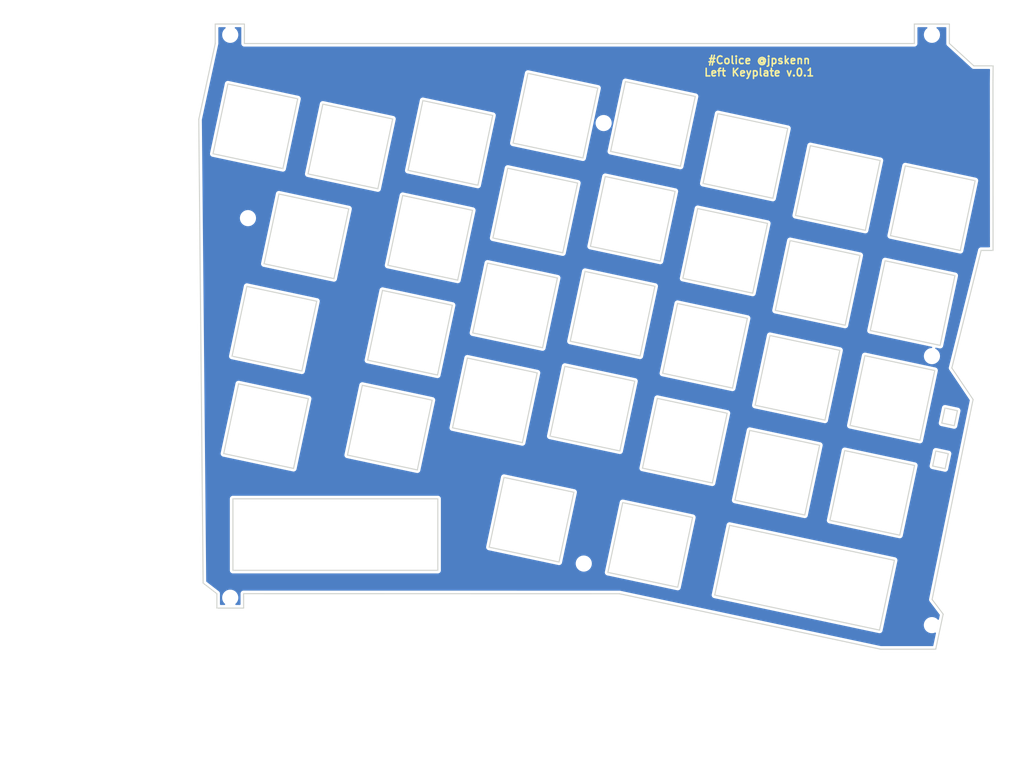
<source format=kicad_pcb>
(kicad_pcb (version 20171130) (host pcbnew "(5.1.5-0-10_14)")

  (general
    (thickness 1.6)
    (drawings 168)
    (tracks 0)
    (zones 0)
    (modules 8)
    (nets 1)
  )

  (page A4)
  (layers
    (0 F.Cu signal)
    (31 B.Cu signal)
    (32 B.Adhes user)
    (33 F.Adhes user)
    (34 B.Paste user)
    (35 F.Paste user)
    (36 B.SilkS user)
    (37 F.SilkS user)
    (38 B.Mask user)
    (39 F.Mask user)
    (40 Dwgs.User user)
    (41 Cmts.User user)
    (42 Eco1.User user)
    (43 Eco2.User user)
    (44 Edge.Cuts user)
    (45 Margin user)
    (46 B.CrtYd user)
    (47 F.CrtYd user)
    (48 B.Fab user)
    (49 F.Fab user)
  )

  (setup
    (last_trace_width 0.25)
    (trace_clearance 0.2)
    (zone_clearance 0.508)
    (zone_45_only no)
    (trace_min 0.2)
    (via_size 0.8)
    (via_drill 0.4)
    (via_min_size 0.4)
    (via_min_drill 0.3)
    (uvia_size 0.3)
    (uvia_drill 0.1)
    (uvias_allowed no)
    (uvia_min_size 0.2)
    (uvia_min_drill 0.1)
    (edge_width 0.05)
    (segment_width 0.2)
    (pcb_text_width 0.3)
    (pcb_text_size 1.5 1.5)
    (mod_edge_width 0.12)
    (mod_text_size 1 1)
    (mod_text_width 0.15)
    (pad_size 1.524 1.524)
    (pad_drill 0.762)
    (pad_to_mask_clearance 0.051)
    (solder_mask_min_width 0.25)
    (aux_axis_origin 0 0)
    (visible_elements FFFFFF7F)
    (pcbplotparams
      (layerselection 0x010fc_ffffffff)
      (usegerberextensions true)
      (usegerberattributes false)
      (usegerberadvancedattributes false)
      (creategerberjobfile false)
      (excludeedgelayer true)
      (linewidth 0.100000)
      (plotframeref false)
      (viasonmask false)
      (mode 1)
      (useauxorigin false)
      (hpglpennumber 1)
      (hpglpenspeed 20)
      (hpglpendiameter 15.000000)
      (psnegative false)
      (psa4output false)
      (plotreference true)
      (plotvalue true)
      (plotinvisibletext false)
      (padsonsilk false)
      (subtractmaskfromsilk false)
      (outputformat 1)
      (mirror false)
      (drillshape 0)
      (scaleselection 1)
      (outputdirectory "gerber/"))
  )

  (net 0 "")

  (net_class Default "これはデフォルトのネット クラスです。"
    (clearance 0.2)
    (trace_width 0.25)
    (via_dia 0.8)
    (via_drill 0.4)
    (uvia_dia 0.3)
    (uvia_drill 0.1)
  )

  (module SMK_SU120:M2_Hole (layer F.Cu) (tedit 5E0D8E1F) (tstamp 5E9C414D)
    (at 188.5569 83.185)
    (descr "Resitance 3 pas")
    (tags R)
    (autoplace_cost180 10)
    (fp_text reference "" (at 0 1.651) (layer F.Fab) hide
      (effects (font (size 0.8128 0.8128) (thickness 0.15)))
    )
    (fp_text value "" (at 0 -1.4605) (layer F.Fab) hide
      (effects (font (size 0.5 0.5) (thickness 0.125)))
    )
    (pad "" np_thru_hole circle (at 0 0) (size 2.15 2.15) (drill 2.15) (layers *.Cu *.Mask))
    (model discret/resistor.wrl
      (at (xyz 0 0 0))
      (scale (xyz 0.3 0.3 0.3))
      (rotate (xyz 0 0 0))
    )
    (model Resistors_ThroughHole.3dshapes/Resistor_Horizontal_RM10mm.wrl
      (at (xyz 0 0 0))
      (scale (xyz 0.2 0.2 0.2))
      (rotate (xyz 0 0 0))
    )
  )

  (module SMK_SU120:M2_Hole (layer F.Cu) (tedit 5E0D8E1F) (tstamp 5E9C4138)
    (at 188.5442 136.0043)
    (descr "Resitance 3 pas")
    (tags R)
    (autoplace_cost180 10)
    (fp_text reference "" (at 0 1.651) (layer F.Fab) hide
      (effects (font (size 0.8128 0.8128) (thickness 0.15)))
    )
    (fp_text value "" (at 0 -1.4605) (layer F.Fab) hide
      (effects (font (size 0.5 0.5) (thickness 0.125)))
    )
    (pad "" np_thru_hole circle (at 0 0) (size 2.15 2.15) (drill 2.15) (layers *.Cu *.Mask))
    (model discret/resistor.wrl
      (at (xyz 0 0 0))
      (scale (xyz 0.3 0.3 0.3))
      (rotate (xyz 0 0 0))
    )
    (model Resistors_ThroughHole.3dshapes/Resistor_Horizontal_RM10mm.wrl
      (at (xyz 0 0 0))
      (scale (xyz 0.2 0.2 0.2))
      (rotate (xyz 0 0 0))
    )
  )

  (module SMK_SU120:M2_Hole (layer F.Cu) (tedit 5E0D8E1F) (tstamp 5E9C4123)
    (at 120.2436 123.9139)
    (descr "Resitance 3 pas")
    (tags R)
    (autoplace_cost180 10)
    (fp_text reference "" (at 0 1.651) (layer F.Fab) hide
      (effects (font (size 0.8128 0.8128) (thickness 0.15)))
    )
    (fp_text value "" (at 0 -1.4605) (layer F.Fab) hide
      (effects (font (size 0.5 0.5) (thickness 0.125)))
    )
    (pad "" np_thru_hole circle (at 0 0) (size 2.15 2.15) (drill 2.15) (layers *.Cu *.Mask))
    (model discret/resistor.wrl
      (at (xyz 0 0 0))
      (scale (xyz 0.3 0.3 0.3))
      (rotate (xyz 0 0 0))
    )
    (model Resistors_ThroughHole.3dshapes/Resistor_Horizontal_RM10mm.wrl
      (at (xyz 0 0 0))
      (scale (xyz 0.2 0.2 0.2))
      (rotate (xyz 0 0 0))
    )
  )

  (module SMK_SU120:M2_Hole (layer F.Cu) (tedit 5E0D8E1F) (tstamp 5E9C410E)
    (at 50.8762 130.6195)
    (descr "Resitance 3 pas")
    (tags R)
    (autoplace_cost180 10)
    (fp_text reference "" (at 0 1.651) (layer F.Fab) hide
      (effects (font (size 0.8128 0.8128) (thickness 0.15)))
    )
    (fp_text value "" (at 0 -1.4605) (layer F.Fab) hide
      (effects (font (size 0.5 0.5) (thickness 0.125)))
    )
    (pad "" np_thru_hole circle (at 0 0) (size 2.15 2.15) (drill 2.15) (layers *.Cu *.Mask))
    (model discret/resistor.wrl
      (at (xyz 0 0 0))
      (scale (xyz 0.3 0.3 0.3))
      (rotate (xyz 0 0 0))
    )
    (model Resistors_ThroughHole.3dshapes/Resistor_Horizontal_RM10mm.wrl
      (at (xyz 0 0 0))
      (scale (xyz 0.2 0.2 0.2))
      (rotate (xyz 0 0 0))
    )
  )

  (module SMK_SU120:M2_Hole (layer F.Cu) (tedit 5E0D8E1F) (tstamp 5E9C40F9)
    (at 54.356 56.0959)
    (descr "Resitance 3 pas")
    (tags R)
    (autoplace_cost180 10)
    (fp_text reference "" (at 0 1.651) (layer F.Fab) hide
      (effects (font (size 0.8128 0.8128) (thickness 0.15)))
    )
    (fp_text value "" (at 0 -1.4605) (layer F.Fab) hide
      (effects (font (size 0.5 0.5) (thickness 0.125)))
    )
    (pad "" np_thru_hole circle (at 0 0) (size 2.15 2.15) (drill 2.15) (layers *.Cu *.Mask))
    (model discret/resistor.wrl
      (at (xyz 0 0 0))
      (scale (xyz 0.3 0.3 0.3))
      (rotate (xyz 0 0 0))
    )
    (model Resistors_ThroughHole.3dshapes/Resistor_Horizontal_RM10mm.wrl
      (at (xyz 0 0 0))
      (scale (xyz 0.2 0.2 0.2))
      (rotate (xyz 0 0 0))
    )
  )

  (module SMK_SU120:M2_Hole (layer F.Cu) (tedit 5E0D8E1F) (tstamp 5E9C40E4)
    (at 50.8762 20.1041)
    (descr "Resitance 3 pas")
    (tags R)
    (autoplace_cost180 10)
    (fp_text reference "" (at 0 1.651) (layer F.Fab) hide
      (effects (font (size 0.8128 0.8128) (thickness 0.15)))
    )
    (fp_text value "" (at 0 -1.4605) (layer F.Fab) hide
      (effects (font (size 0.5 0.5) (thickness 0.125)))
    )
    (pad "" np_thru_hole circle (at 0 0) (size 2.15 2.15) (drill 2.15) (layers *.Cu *.Mask))
    (model discret/resistor.wrl
      (at (xyz 0 0 0))
      (scale (xyz 0.3 0.3 0.3))
      (rotate (xyz 0 0 0))
    )
    (model Resistors_ThroughHole.3dshapes/Resistor_Horizontal_RM10mm.wrl
      (at (xyz 0 0 0))
      (scale (xyz 0.2 0.2 0.2))
      (rotate (xyz 0 0 0))
    )
  )

  (module SMK_SU120:M2_Hole (layer F.Cu) (tedit 5E0D8E1F) (tstamp 5E9C40CF)
    (at 124.1425 37.4269)
    (descr "Resitance 3 pas")
    (tags R)
    (autoplace_cost180 10)
    (fp_text reference "" (at 0 1.651) (layer F.Fab) hide
      (effects (font (size 0.8128 0.8128) (thickness 0.15)))
    )
    (fp_text value "" (at 0 -1.4605) (layer F.Fab) hide
      (effects (font (size 0.5 0.5) (thickness 0.125)))
    )
    (pad "" np_thru_hole circle (at 0 0) (size 2.15 2.15) (drill 2.15) (layers *.Cu *.Mask))
    (model discret/resistor.wrl
      (at (xyz 0 0 0))
      (scale (xyz 0.3 0.3 0.3))
      (rotate (xyz 0 0 0))
    )
    (model Resistors_ThroughHole.3dshapes/Resistor_Horizontal_RM10mm.wrl
      (at (xyz 0 0 0))
      (scale (xyz 0.2 0.2 0.2))
      (rotate (xyz 0 0 0))
    )
  )

  (module SMK_SU120:M2_Hole (layer F.Cu) (tedit 5E0D8E1F) (tstamp 5E9C40A8)
    (at 188.5569 20.1041)
    (descr "Resitance 3 pas")
    (tags R)
    (autoplace_cost180 10)
    (fp_text reference "" (at 0 1.651) (layer F.Fab) hide
      (effects (font (size 0.8128 0.8128) (thickness 0.15)))
    )
    (fp_text value "" (at 0 -1.4605) (layer F.Fab) hide
      (effects (font (size 0.5 0.5) (thickness 0.125)))
    )
    (pad "" np_thru_hole circle (at 0 0) (size 2.15 2.15) (drill 2.15) (layers *.Cu *.Mask))
    (model discret/resistor.wrl
      (at (xyz 0 0 0))
      (scale (xyz 0.3 0.3 0.3))
      (rotate (xyz 0 0 0))
    )
    (model Resistors_ThroughHole.3dshapes/Resistor_Horizontal_RM10mm.wrl
      (at (xyz 0 0 0))
      (scale (xyz 0.2 0.2 0.2))
      (rotate (xyz 0 0 0))
    )
  )

  (gr_line (start 200.561585 26.191216) (end 196.769279 26.191216) (layer Edge.Cuts) (width 0.2))
  (gr_line (start 200.528989 29.630634) (end 200.561585 26.191216) (layer Edge.Cuts) (width 0.2))
  (gr_line (start 200.546461 62.442613) (end 200.528989 29.630634) (layer Edge.Cuts) (width 0.2))
  (gr_line (start 198.206877 62.442613) (end 200.546461 62.442613) (layer Edge.Cuts) (width 0.2))
  (gr_line (start 192.464831 85.513806) (end 198.206877 62.442613) (layer Edge.Cuts) (width 0.2))
  (gr_line (start 188.701929 104.765836) (end 189.325668 101.831389) (layer Edge.Cuts) (width 0.2))
  (gr_line (start 189.325668 101.831389) (end 191.758739 102.348553) (layer Edge.Cuts) (width 0.2))
  (gr_line (start 191.758739 102.348553) (end 191.135 105.283) (layer Edge.Cuts) (width 0.2))
  (gr_line (start 119.026839 49.210955) (end 116.115971 62.905468) (layer Edge.Cuts) (width 0.2))
  (gr_line (start 105.3323 46.300093) (end 119.026839 49.210955) (layer Edge.Cuts) (width 0.2))
  (gr_line (start 81.807277 65.350751) (end 84.718144 51.656238) (layer Edge.Cuts) (width 0.2))
  (gr_line (start 152.817107 97.777657) (end 166.511647 100.688519) (layer Edge.Cuts) (width 0.2))
  (gr_line (start 153.866977 92.838419) (end 156.777846 79.143905) (layer Edge.Cuts) (width 0.2))
  (gr_line (start 167.561518 95.749281) (end 153.866977 92.838419) (layer Edge.Cuts) (width 0.2))
  (gr_line (start 170.472385 82.054767) (end 167.561518 95.749281) (layer Edge.Cuts) (width 0.2))
  (gr_line (start 97.410824 83.567597) (end 111.105363 86.478458) (layer Edge.Cuts) (width 0.2))
  (gr_line (start 98.460694 78.628358) (end 101.371562 64.933844) (layer Edge.Cuts) (width 0.2))
  (gr_line (start 112.155234 81.539219) (end 98.460694 78.628358) (layer Edge.Cuts) (width 0.2))
  (gr_line (start 115.066101 67.844706) (end 112.155234 81.539219) (layer Edge.Cuts) (width 0.2))
  (gr_line (start 101.371562 64.933844) (end 115.066101 67.844706) (layer Edge.Cuts) (width 0.2))
  (gr_line (start 117.589589 80.25852) (end 120.500457 66.564007) (layer Edge.Cuts) (width 0.2))
  (gr_line (start 131.284129 83.169382) (end 117.589589 80.25852) (layer Edge.Cuts) (width 0.2))
  (gr_line (start 95.501816 68.261613) (end 81.807277 65.350751) (layer Edge.Cuts) (width 0.2))
  (gr_line (start 98.412683 54.5671) (end 95.501816 68.261613) (layer Edge.Cuts) (width 0.2))
  (gr_line (start 84.718144 51.656238) (end 98.412683 54.5671) (layer Edge.Cuts) (width 0.2))
  (gr_line (start 77.846539 83.984503) (end 80.757406 70.28999) (layer Edge.Cuts) (width 0.2))
  (gr_line (start 91.541078 86.895365) (end 77.846539 83.984503) (layer Edge.Cuts) (width 0.2))
  (gr_line (start 94.451945 73.200851) (end 91.541078 86.895365) (layer Edge.Cuts) (width 0.2))
  (gr_line (start 80.757406 70.28999) (end 94.451945 73.200851) (layer Edge.Cuts) (width 0.2))
  (gr_line (start 73.885801 102.618254) (end 76.796668 88.923741) (layer Edge.Cuts) (width 0.2))
  (gr_line (start 134.194996 69.474869) (end 131.284129 83.169382) (layer Edge.Cuts) (width 0.2))
  (gr_line (start 120.500457 66.564007) (end 134.194996 69.474869) (layer Edge.Cuts) (width 0.2))
  (gr_line (start 121.550272 61.625027) (end 124.46114 47.930514) (layer Edge.Cuts) (width 0.2))
  (gr_line (start 135.244812 64.535889) (end 121.550272 61.625027) (layer Edge.Cuts) (width 0.2))
  (gr_line (start 168.540027 115.432901) (end 171.450894 101.738387) (layer Edge.Cuts) (width 0.2))
  (gr_line (start 182.234566 118.343762) (end 168.540027 115.432901) (layer Edge.Cuts) (width 0.2))
  (gr_line (start 185.145434 104.649249) (end 182.234566 118.343762) (layer Edge.Cuts) (width 0.2))
  (gr_line (start 171.450894 101.738387) (end 185.145434 104.649249) (layer Edge.Cuts) (width 0.2))
  (gr_line (start 149.90624 111.47217) (end 152.817107 97.777657) (layer Edge.Cuts) (width 0.2))
  (gr_line (start 163.60078 114.383032) (end 149.90624 111.47217) (layer Edge.Cuts) (width 0.2))
  (gr_line (start 166.511647 100.688519) (end 163.60078 114.383032) (layer Edge.Cuts) (width 0.2))
  (gr_line (start 138.155679 50.841376) (end 135.244812 64.535889) (layer Edge.Cuts) (width 0.2))
  (gr_line (start 124.46114 47.930514) (end 138.155679 50.841376) (layer Edge.Cuts) (width 0.2))
  (gr_line (start 102.421432 59.994606) (end 105.3323 46.300093) (layer Edge.Cuts) (width 0.2))
  (gr_line (start 116.115971 62.905468) (end 102.421432 59.994606) (layer Edge.Cuts) (width 0.2))
  (gr_line (start 127.892066 111.955312) (end 141.586605 114.866173) (layer Edge.Cuts) (width 0.2))
  (gr_line (start 101.689224 120.698967) (end 104.600091 107.004454) (layer Edge.Cuts) (width 0.2))
  (gr_line (start 115.383763 123.609829) (end 101.689224 120.698967) (layer Edge.Cuts) (width 0.2))
  (gr_line (start 118.29463 109.915315) (end 115.383763 123.609829) (layer Edge.Cuts) (width 0.2))
  (gr_line (start 104.600091 107.004454) (end 118.29463 109.915315) (layer Edge.Cuts) (width 0.2))
  (gr_line (start 113.628852 98.892272) (end 116.539719 85.197758) (layer Edge.Cuts) (width 0.2))
  (gr_line (start 127.323391 101.803133) (end 113.628852 98.892272) (layer Edge.Cuts) (width 0.2))
  (gr_line (start 130.234258 88.10862) (end 127.323391 101.803133) (layer Edge.Cuts) (width 0.2))
  (gr_line (start 116.539719 85.197758) (end 130.234258 88.10862) (layer Edge.Cuts) (width 0.2))
  (gr_line (start 94.499956 97.262109) (end 97.410824 83.567597) (layer Edge.Cuts) (width 0.2))
  (gr_line (start 108.194496 100.172971) (end 94.499956 97.262109) (layer Edge.Cuts) (width 0.2))
  (gr_line (start 111.105363 86.478458) (end 108.194496 100.172971) (layer Edge.Cuts) (width 0.2))
  (gr_line (start 134.678138 91.489002) (end 148.372677 94.399863) (layer Edge.Cuts) (width 0.2))
  (gr_line (start 124.981199 125.649825) (end 127.892066 111.955312) (layer Edge.Cuts) (width 0.2))
  (gr_line (start 138.675738 128.560687) (end 124.981199 125.649825) (layer Edge.Cuts) (width 0.2))
  (gr_line (start 141.586605 114.866173) (end 138.675738 128.560687) (layer Edge.Cuts) (width 0.2))
  (gr_line (start 161.788399 55.571175) (end 164.699266 41.876661) (layer Edge.Cuts) (width 0.2))
  (gr_line (start 175.482938 58.482036) (end 161.788399 55.571175) (layer Edge.Cuts) (width 0.2))
  (gr_line (start 178.393806 44.787523) (end 175.482938 58.482036) (layer Edge.Cuts) (width 0.2))
  (gr_line (start 53.656485 17.988983) (end 47.937126 17.988983) (layer Edge.Cuts) (width 0.2))
  (gr_line (start 53.656485 21.80974) (end 53.656485 17.988983) (layer Edge.Cuts) (width 0.2))
  (gr_line (start 185.101088 21.80974) (end 53.656485 21.80974) (layer Edge.Cuts) (width 0.2))
  (gr_line (start 185.101088 17.988983) (end 185.101088 21.80974) (layer Edge.Cuts) (width 0.2))
  (gr_line (start 191.98033 17.988983) (end 185.101088 17.988983) (layer Edge.Cuts) (width 0.2))
  (gr_line (start 191.98033 21.80974) (end 191.98033 17.988983) (layer Edge.Cuts) (width 0.2))
  (gr_line (start 196.769279 26.191216) (end 191.98033 21.80974) (layer Edge.Cuts) (width 0.2))
  (gr_line (start 164.699266 41.876661) (end 178.393806 44.787523) (layer Edge.Cuts) (width 0.2))
  (gr_line (start 180.422186 59.531905) (end 183.333053 45.837392) (layer Edge.Cuts) (width 0.2))
  (gr_line (start 194.116725 62.442767) (end 180.422186 59.531905) (layer Edge.Cuts) (width 0.2))
  (gr_line (start 197.027592 48.748254) (end 194.116725 62.442767) (layer Edge.Cuts) (width 0.2))
  (gr_line (start 183.333053 45.837392) (end 197.027592 48.748254) (layer Edge.Cuts) (width 0.2))
  (gr_line (start 51.40707 125.244135) (end 51.40707 111.205849) (layer Edge.Cuts) (width 0.2))
  (gr_line (start 91.601921 125.244135) (end 51.40707 125.244135) (layer Edge.Cuts) (width 0.2))
  (gr_line (start 87.58034 105.529116) (end 73.885801 102.618254) (layer Edge.Cuts) (width 0.2))
  (gr_line (start 90.491207 91.834603) (end 87.58034 105.529116) (layer Edge.Cuts) (width 0.2))
  (gr_line (start 76.796668 88.923741) (end 90.491207 91.834603) (layer Edge.Cuts) (width 0.2))
  (gr_line (start 49.603383 102.325779) (end 52.51425 88.631266) (layer Edge.Cuts) (width 0.2))
  (gr_line (start 63.297922 105.236641) (end 49.603383 102.325779) (layer Edge.Cuts) (width 0.2))
  (gr_line (start 66.208789 91.542128) (end 63.297922 105.236641) (layer Edge.Cuts) (width 0.2))
  (gr_line (start 52.51425 88.631266) (end 66.208789 91.542128) (layer Edge.Cuts) (width 0.2))
  (gr_line (start 51.239815 83.197983) (end 54.150682 69.503468) (layer Edge.Cuts) (width 0.2))
  (gr_line (start 64.928143 86.107523) (end 51.239815 83.197983) (layer Edge.Cuts) (width 0.2))
  (gr_line (start 67.83901 72.41301) (end 64.928143 86.107523) (layer Edge.Cuts) (width 0.2))
  (gr_line (start 54.150682 69.503468) (end 67.83901 72.41301) (layer Edge.Cuts) (width 0.2))
  (gr_line (start 57.524859 65.058276) (end 60.435726 51.363763) (layer Edge.Cuts) (width 0.2))
  (gr_line (start 71.219398 67.969138) (end 57.524859 65.058276) (layer Edge.Cuts) (width 0.2))
  (gr_line (start 74.130265 54.274625) (end 71.219398 67.969138) (layer Edge.Cuts) (width 0.2))
  (gr_line (start 60.435726 51.363763) (end 74.130265 54.274625) (layer Edge.Cuts) (width 0.2))
  (gr_line (start 47.510257 43.453977) (end 50.421124 29.759464) (layer Edge.Cuts) (width 0.2))
  (gr_line (start 61.204796 46.364839) (end 47.510257 43.453977) (layer Edge.Cuts) (width 0.2))
  (gr_line (start 64.115663 32.670326) (end 61.204796 46.364839) (layer Edge.Cuts) (width 0.2))
  (gr_line (start 50.421124 29.759464) (end 64.115663 32.670326) (layer Edge.Cuts) (width 0.2))
  (gr_line (start 66.144043 47.414707) (end 69.054911 33.720194) (layer Edge.Cuts) (width 0.2))
  (gr_line (start 79.838583 50.325569) (end 66.144043 47.414707) (layer Edge.Cuts) (width 0.2))
  (gr_line (start 82.74945 36.631056) (end 79.838583 50.325569) (layer Edge.Cuts) (width 0.2))
  (gr_line (start 69.054911 33.720194) (end 82.74945 36.631056) (layer Edge.Cuts) (width 0.2))
  (gr_line (start 85.768014 46.717) (end 88.678882 33.022487) (layer Edge.Cuts) (width 0.2))
  (gr_line (start 91.601921 111.205849) (end 91.601921 125.244135) (layer Edge.Cuts) (width 0.2))
  (gr_line (start 51.40707 111.205849) (end 91.601921 111.205849) (layer Edge.Cuts) (width 0.2))
  (gr_line (start 192.464831 85.513806) (end 192.464831 85.513806) (layer Edge.Cuts) (width 0.2))
  (gr_line (start 196.63316 91.706077) (end 192.464831 85.513806) (layer Edge.Cuts) (width 0.2))
  (gr_line (start 188.593775 130.96633) (end 196.63316 91.706077) (layer Edge.Cuts) (width 0.2))
  (gr_line (start 190.762818 133.840207) (end 188.593775 130.96633) (layer Edge.Cuts) (width 0.2))
  (gr_line (start 189.29784 140.732488) (end 190.762818 133.840207) (layer Edge.Cuts) (width 0.2))
  (gr_line (start 178.48887 140.732488) (end 189.29784 140.732488) (layer Edge.Cuts) (width 0.2))
  (gr_line (start 127.246197 129.840578) (end 178.48887 140.732488) (layer Edge.Cuts) (width 0.2))
  (gr_line (start 53.509153 129.828653) (end 127.246197 129.840578) (layer Edge.Cuts) (width 0.2))
  (gr_line (start 53.509153 132.653562) (end 53.509153 129.828653) (layer Edge.Cuts) (width 0.2))
  (gr_line (start 48.251869 132.655846) (end 53.509153 132.653562) (layer Edge.Cuts) (width 0.2))
  (gr_line (start 48.251869 129.830682) (end 48.251869 132.655846) (layer Edge.Cuts) (width 0.2))
  (gr_line (start 45.558949 127.74917) (end 48.251869 129.830682) (layer Edge.Cuts) (width 0.2))
  (gr_line (start 44.703118 36.710414) (end 45.558949 127.74917) (layer Edge.Cuts) (width 0.2))
  (gr_line (start 47.937126 21.80974) (end 44.703118 36.710414) (layer Edge.Cuts) (width 0.2))
  (gr_line (start 47.937126 17.988983) (end 47.937126 21.80974) (layer Edge.Cuts) (width 0.2))
  (gr_line (start 157.343969 52.193381) (end 143.64943 49.282519) (layer Edge.Cuts) (width 0.2))
  (gr_line (start 160.254836 38.498868) (end 157.343969 52.193381) (layer Edge.Cuts) (width 0.2))
  (gr_line (start 146.560297 35.588006) (end 160.254836 38.498868) (layer Edge.Cuts) (width 0.2))
  (gr_line (start 99.462554 49.627862) (end 85.768014 46.717) (layer Edge.Cuts) (width 0.2))
  (gr_line (start 102.373421 35.933348) (end 99.462554 49.627862) (layer Edge.Cuts) (width 0.2))
  (gr_line (start 88.678882 33.022487) (end 102.373421 35.933348) (layer Edge.Cuts) (width 0.2))
  (gr_line (start 106.382115 41.361113) (end 109.292982 27.6666) (layer Edge.Cuts) (width 0.2))
  (gr_line (start 120.076654 44.271975) (end 106.382115 41.361113) (layer Edge.Cuts) (width 0.2))
  (gr_line (start 122.987522 30.577462) (end 120.076654 44.271975) (layer Edge.Cuts) (width 0.2))
  (gr_line (start 109.292982 27.6666) (end 122.987522 30.577462) (layer Edge.Cuts) (width 0.2))
  (gr_line (start 125.51101 42.991276) (end 128.421878 29.296763) (layer Edge.Cuts) (width 0.2))
  (gr_line (start 139.205549 45.902138) (end 125.51101 42.991276) (layer Edge.Cuts) (width 0.2))
  (gr_line (start 142.116417 32.207624) (end 139.205549 45.902138) (layer Edge.Cuts) (width 0.2))
  (gr_line (start 128.421878 29.296763) (end 142.116417 32.207624) (layer Edge.Cuts) (width 0.2))
  (gr_line (start 143.64943 49.282519) (end 146.560297 35.588006) (layer Edge.Cuts) (width 0.2))
  (gr_line (start 156.777846 79.143905) (end 170.472385 82.054767) (layer Edge.Cuts) (width 0.2))
  (gr_line (start 157.827661 74.204926) (end 160.738529 60.510413) (layer Edge.Cuts) (width 0.2))
  (gr_line (start 171.5222 77.115788) (end 157.827661 74.204926) (layer Edge.Cuts) (width 0.2))
  (gr_line (start 174.433068 63.421275) (end 171.5222 77.115788) (layer Edge.Cuts) (width 0.2))
  (gr_line (start 160.738529 60.510413) (end 174.433068 63.421275) (layer Edge.Cuts) (width 0.2))
  (gr_line (start 135.728009 86.549763) (end 138.638876 72.85525) (layer Edge.Cuts) (width 0.2))
  (gr_line (start 149.422548 89.460625) (end 135.728009 86.549763) (layer Edge.Cuts) (width 0.2))
  (gr_line (start 152.333415 75.766112) (end 149.422548 89.460625) (layer Edge.Cuts) (width 0.2))
  (gr_line (start 138.638876 72.85525) (end 152.333415 75.766112) (layer Edge.Cuts) (width 0.2))
  (gr_line (start 139.688747 67.916012) (end 142.599614 54.221499) (layer Edge.Cuts) (width 0.2))
  (gr_line (start 153.383286 70.826874) (end 139.688747 67.916012) (layer Edge.Cuts) (width 0.2))
  (gr_line (start 156.294152 57.13236) (end 153.383286 70.826874) (layer Edge.Cuts) (width 0.2))
  (gr_line (start 142.599614 54.221499) (end 156.294152 57.13236) (layer Edge.Cuts) (width 0.2))
  (gr_line (start 131.767271 105.183515) (end 134.678138 91.489002) (layer Edge.Cuts) (width 0.2))
  (gr_line (start 145.46181 108.094377) (end 131.767271 105.183515) (layer Edge.Cuts) (width 0.2))
  (gr_line (start 148.372677 94.399863) (end 145.46181 108.094377) (layer Edge.Cuts) (width 0.2))
  (gr_line (start 186.195304 99.710011) (end 172.500765 96.799149) (layer Edge.Cuts) (width 0.2))
  (gr_line (start 189.106172 86.015498) (end 186.195304 99.710011) (layer Edge.Cuts) (width 0.2))
  (gr_line (start 175.411632 83.104636) (end 189.106172 86.015498) (layer Edge.Cuts) (width 0.2))
  (gr_line (start 190.495811 96.325322) (end 191.11955 93.390875) (layer Edge.Cuts) (width 0.2))
  (gr_line (start 192.928882 96.842487) (end 190.495811 96.325322) (layer Edge.Cuts) (width 0.2))
  (gr_line (start 193.552621 93.908039) (end 192.928882 96.842487) (layer Edge.Cuts) (width 0.2))
  (gr_line (start 191.11955 93.390875) (end 193.552621 93.908039) (layer Edge.Cuts) (width 0.2))
  (gr_line (start 145.945417 130.10594) (end 148.856285 116.411427) (layer Edge.Cuts) (width 0.2))
  (gr_line (start 178.273677 136.977527) (end 145.945417 130.10594) (layer Edge.Cuts) (width 0.2))
  (gr_line (start 181.184544 123.283014) (end 178.273677 136.977527) (layer Edge.Cuts) (width 0.2))
  (gr_line (start 148.856285 116.411427) (end 181.184544 123.283014) (layer Edge.Cuts) (width 0.2))
  (gr_line (start 176.461448 78.165657) (end 179.372315 64.471143) (layer Edge.Cuts) (width 0.2))
  (gr_line (start 190.155987 81.076518) (end 176.461448 78.165657) (layer Edge.Cuts) (width 0.2))
  (gr_line (start 193.066854 67.382005) (end 190.155987 81.076518) (layer Edge.Cuts) (width 0.2))
  (gr_line (start 179.372315 64.471143) (end 193.066854 67.382005) (layer Edge.Cuts) (width 0.2))
  (gr_line (start 172.500765 96.799149) (end 175.411632 83.104636) (layer Edge.Cuts) (width 0.2))
  (gr_line (start 191.135 105.283) (end 188.701929 104.765836) (layer Edge.Cuts) (width 0.2))
  (gr_text "#Colice @jpskenn\nLeft Keyplate v.0.1" (at 154.65552 26.28392) (layer F.SilkS)
    (effects (font (size 1.5 1.5) (thickness 0.3)))
  )

  (zone (net 0) (net_name "") (layer B.Cu) (tstamp 5E9C4270) (hatch edge 0.508)
    (connect_pads (clearance 0.508))
    (min_thickness 0.254)
    (fill yes (arc_segments 32) (thermal_gap 0.508) (thermal_bridge_width 0.508))
    (polygon
      (pts
        (xy 206.61884 14.9352) (xy 202.70216 164.2872) (xy 5.70484 161.85388) (xy 8.22452 13.26896)
      )
    )
    (filled_polygon
      (pts
        (xy 49.786139 18.775856) (xy 49.547956 19.014039) (xy 49.360818 19.294111) (xy 49.231914 19.605311) (xy 49.1662 19.93568)
        (xy 49.1662 20.27252) (xy 49.231914 20.602889) (xy 49.360818 20.914089) (xy 49.547956 21.194161) (xy 49.786139 21.432344)
        (xy 50.066211 21.619482) (xy 50.377411 21.748386) (xy 50.70778 21.8141) (xy 51.04462 21.8141) (xy 51.374989 21.748386)
        (xy 51.686189 21.619482) (xy 51.966261 21.432344) (xy 52.204444 21.194161) (xy 52.391582 20.914089) (xy 52.520486 20.602889)
        (xy 52.5862 20.27252) (xy 52.5862 19.93568) (xy 52.520486 19.605311) (xy 52.391582 19.294111) (xy 52.204444 19.014039)
        (xy 51.966261 18.775856) (xy 51.888628 18.723983) (xy 52.921486 18.723983) (xy 52.921485 21.773635) (xy 52.917929 21.80974)
        (xy 52.93212 21.953825) (xy 52.974148 22.092373) (xy 53.042398 22.22006) (xy 53.134247 22.331978) (xy 53.246165 22.423827)
        (xy 53.373852 22.492077) (xy 53.5124 22.534105) (xy 53.656485 22.548296) (xy 53.69259 22.54474) (xy 185.064983 22.54474)
        (xy 185.101088 22.548296) (xy 185.137193 22.54474) (xy 185.245173 22.534105) (xy 185.383721 22.492077) (xy 185.511408 22.423827)
        (xy 185.623326 22.331978) (xy 185.715175 22.22006) (xy 185.783425 22.092373) (xy 185.825453 21.953825) (xy 185.839644 21.80974)
        (xy 185.836088 21.773635) (xy 185.836088 18.723983) (xy 187.544472 18.723983) (xy 187.466839 18.775856) (xy 187.228656 19.014039)
        (xy 187.041518 19.294111) (xy 186.912614 19.605311) (xy 186.8469 19.93568) (xy 186.8469 20.27252) (xy 186.912614 20.602889)
        (xy 187.041518 20.914089) (xy 187.228656 21.194161) (xy 187.466839 21.432344) (xy 187.746911 21.619482) (xy 188.058111 21.748386)
        (xy 188.38848 21.8141) (xy 188.72532 21.8141) (xy 189.055689 21.748386) (xy 189.366889 21.619482) (xy 189.646961 21.432344)
        (xy 189.885144 21.194161) (xy 190.072282 20.914089) (xy 190.201186 20.602889) (xy 190.2669 20.27252) (xy 190.2669 19.93568)
        (xy 190.201186 19.605311) (xy 190.072282 19.294111) (xy 189.885144 19.014039) (xy 189.646961 18.775856) (xy 189.569328 18.723983)
        (xy 191.245331 18.723983) (xy 191.24533 21.789979) (xy 191.242502 21.842524) (xy 191.250469 21.898025) (xy 191.255965 21.953824)
        (xy 191.260738 21.96956) (xy 191.263075 21.985837) (xy 191.281717 22.038717) (xy 191.297993 22.092372) (xy 191.305745 22.106875)
        (xy 191.311212 22.122383) (xy 191.33981 22.170607) (xy 191.366243 22.220059) (xy 191.376676 22.232772) (xy 191.385063 22.246914)
        (xy 191.42252 22.288632) (xy 191.458092 22.331977) (xy 191.498772 22.365363) (xy 196.234415 26.69807) (xy 196.247041 26.713454)
        (xy 196.287717 26.746836) (xy 196.299776 26.757869) (xy 196.315615 26.769731) (xy 196.358959 26.805303) (xy 196.373462 26.813055)
        (xy 196.386622 26.822911) (xy 196.437194 26.847121) (xy 196.486646 26.873553) (xy 196.502381 26.878326) (xy 196.517212 26.885426)
        (xy 196.57154 26.899305) (xy 196.625194 26.915581) (xy 196.641557 26.917193) (xy 196.65749 26.921263) (xy 196.713482 26.924277)
        (xy 196.733174 26.926216) (xy 196.749518 26.926216) (xy 196.802063 26.929044) (xy 196.821763 26.926216) (xy 199.819587 26.926216)
        (xy 199.794329 29.591252) (xy 199.79397 29.594921) (xy 199.793987 29.62735) (xy 199.79368 29.659771) (xy 199.794006 29.663442)
        (xy 199.81107 61.707613) (xy 198.260532 61.707613) (xy 198.242003 61.704893) (xy 198.188288 61.707613) (xy 198.170772 61.707613)
        (xy 198.152237 61.709438) (xy 198.097406 61.712215) (xy 198.080323 61.716521) (xy 198.062792 61.718248) (xy 198.010257 61.734184)
        (xy 197.957015 61.747606) (xy 197.941099 61.755163) (xy 197.924244 61.760276) (xy 197.87583 61.786154) (xy 197.826227 61.809706)
        (xy 197.812092 61.820223) (xy 197.796557 61.828526) (xy 197.754124 61.86335) (xy 197.710067 61.896128) (xy 197.698254 61.909202)
        (xy 197.684639 61.920375) (xy 197.649814 61.962809) (xy 197.612999 62.003552) (xy 197.603965 62.018677) (xy 197.59279 62.032293)
        (xy 197.56691 62.080711) (xy 197.538754 62.127848) (xy 197.532844 62.144444) (xy 197.52454 62.15998) (xy 197.508603 62.212518)
        (xy 197.502355 62.230063) (xy 197.498125 62.247058) (xy 197.482512 62.298528) (xy 197.480676 62.317167) (xy 191.756084 85.318237)
        (xy 191.740466 85.369721) (xy 191.740341 85.370991) (xy 191.739977 85.372206) (xy 191.734903 85.425602) (xy 191.727111 85.47868)
        (xy 191.728002 85.496273) (xy 191.726275 85.513806) (xy 191.7264 85.515075) (xy 191.72628 85.516338) (xy 191.73172 85.569692)
        (xy 191.734433 85.623276) (xy 191.738739 85.640357) (xy 191.740466 85.657891) (xy 191.740836 85.659112) (xy 191.740965 85.660374)
        (xy 191.756712 85.711651) (xy 191.769825 85.763667) (xy 191.777378 85.779575) (xy 191.782494 85.796439) (xy 191.783096 85.797565)
        (xy 191.783468 85.798777) (xy 191.808917 85.845999) (xy 191.831925 85.894455) (xy 191.842436 85.908584) (xy 191.850744 85.924126)
        (xy 191.874568 85.953156) (xy 195.851242 91.860716) (xy 187.876302 130.80626) (xy 187.862329 130.864098) (xy 187.860328 130.91325)
        (xy 187.855231 130.962172) (xy 187.857389 130.985425) (xy 187.856439 131.00876) (xy 187.864065 131.057357) (xy 187.868611 131.106334)
        (xy 187.875264 131.128721) (xy 187.878885 131.151792) (xy 187.895843 131.197962) (xy 187.909858 131.245117) (xy 187.920751 131.265776)
        (xy 187.928803 131.287697) (xy 187.954443 131.329671) (xy 187.977388 131.373186) (xy 188.014879 131.419397) (xy 189.974168 134.015361)
        (xy 189.798769 134.840564) (xy 189.634261 134.676056) (xy 189.354189 134.488918) (xy 189.042989 134.360014) (xy 188.71262 134.2943)
        (xy 188.37578 134.2943) (xy 188.045411 134.360014) (xy 187.734211 134.488918) (xy 187.454139 134.676056) (xy 187.215956 134.914239)
        (xy 187.028818 135.194311) (xy 186.899914 135.505511) (xy 186.8342 135.83588) (xy 186.8342 136.17272) (xy 186.899914 136.503089)
        (xy 187.028818 136.814289) (xy 187.215956 137.094361) (xy 187.454139 137.332544) (xy 187.734211 137.519682) (xy 188.045411 137.648586)
        (xy 188.37578 137.7143) (xy 188.71262 137.7143) (xy 189.042989 137.648586) (xy 189.217257 137.576401) (xy 188.702648 139.997488)
        (xy 178.566125 139.997488) (xy 131.98432 130.096272) (xy 145.206925 130.096272) (xy 145.219228 130.24053) (xy 145.259439 130.379617)
        (xy 145.326012 130.508186) (xy 145.416388 130.621297) (xy 145.527094 130.714603) (xy 145.653877 130.784518) (xy 145.791863 130.828356)
        (xy 145.827918 130.832384) (xy 178.085555 137.688961) (xy 178.120123 137.699943) (xy 178.156169 137.70397) (xy 178.156177 137.703972)
        (xy 178.264009 137.716019) (xy 178.26401 137.716019) (xy 178.408267 137.703716) (xy 178.547354 137.663505) (xy 178.675923 137.596932)
        (xy 178.789034 137.506556) (xy 178.88234 137.395849) (xy 178.952255 137.269067) (xy 178.985108 137.165658) (xy 178.985108 137.165657)
        (xy 178.996093 137.131081) (xy 179.000121 137.095026) (xy 181.895978 123.471136) (xy 181.90696 123.436568) (xy 181.910987 123.400522)
        (xy 181.910989 123.400514) (xy 181.923036 123.292683) (xy 181.910733 123.148424) (xy 181.870522 123.009338) (xy 181.861272 122.991474)
        (xy 181.803949 122.880767) (xy 181.713573 122.767656) (xy 181.602866 122.67435) (xy 181.476084 122.604435) (xy 181.372674 122.571582)
        (xy 181.372667 122.57158) (xy 181.338098 122.560598) (xy 181.302051 122.556571) (xy 149.04442 115.699996) (xy 149.00984 115.68901)
        (xy 148.865953 115.672934) (xy 148.721694 115.685238) (xy 148.582607 115.725449) (xy 148.454039 115.792022) (xy 148.340928 115.882397)
        (xy 148.247621 115.993104) (xy 148.177706 116.119886) (xy 148.144853 116.223295) (xy 148.14485 116.223308) (xy 148.133869 116.257873)
        (xy 148.129842 116.293916) (xy 145.233984 129.917816) (xy 145.223001 129.952386) (xy 145.218973 129.988434) (xy 145.218972 129.988441)
        (xy 145.206925 130.096272) (xy 131.98432 130.096272) (xy 127.429668 129.128156) (xy 127.390399 129.116237) (xy 127.323076 129.109595)
        (xy 127.255863 129.102086) (xy 127.214979 129.105573) (xy 53.545326 129.09366) (xy 53.509153 129.090097) (xy 53.433375 129.09756)
        (xy 53.365186 129.104265) (xy 53.36513 129.104282) (xy 53.365069 129.104288) (xy 53.29344 129.126016) (xy 53.226631 129.146271)
        (xy 53.226581 129.146298) (xy 53.226521 129.146316) (xy 53.161089 129.18129) (xy 53.098933 129.2145) (xy 53.098887 129.214538)
        (xy 53.098834 129.214566) (xy 53.042626 129.260695) (xy 52.987 129.306331) (xy 52.986962 129.306377) (xy 52.986916 129.306415)
        (xy 52.941346 129.361942) (xy 52.895133 129.418234) (xy 52.895104 129.418287) (xy 52.895067 129.418333) (xy 52.861902 129.48038)
        (xy 52.826862 129.54591) (xy 52.826844 129.54597) (xy 52.826817 129.54602) (xy 52.806586 129.612712) (xy 52.784812 129.684451)
        (xy 52.784806 129.684512) (xy 52.784789 129.684568) (xy 52.77778 129.75573) (xy 52.770598 129.828534) (xy 52.774154 129.8647)
        (xy 52.774153 131.918882) (xy 51.994785 131.91922) (xy 52.204444 131.709561) (xy 52.391582 131.429489) (xy 52.520486 131.118289)
        (xy 52.5862 130.78792) (xy 52.5862 130.45108) (xy 52.520486 130.120711) (xy 52.391582 129.809511) (xy 52.204444 129.529439)
        (xy 51.966261 129.291256) (xy 51.686189 129.104118) (xy 51.374989 128.975214) (xy 51.04462 128.9095) (xy 50.70778 128.9095)
        (xy 50.377411 128.975214) (xy 50.066211 129.104118) (xy 49.786139 129.291256) (xy 49.547956 129.529439) (xy 49.360818 129.809511)
        (xy 49.231914 130.120711) (xy 49.1662 130.45108) (xy 49.1662 130.78792) (xy 49.231914 131.118289) (xy 49.360818 131.429489)
        (xy 49.547956 131.709561) (xy 49.758587 131.920192) (xy 48.986869 131.920527) (xy 48.986869 129.892257) (xy 48.988669 129.88159)
        (xy 48.986869 129.819948) (xy 48.986869 129.794577) (xy 48.985816 129.783885) (xy 48.984443 129.736869) (xy 48.978735 129.711992)
        (xy 48.976234 129.686597) (xy 48.962583 129.641597) (xy 48.952065 129.595754) (xy 48.941614 129.572469) (xy 48.934206 129.548049)
        (xy 48.912036 129.506572) (xy 48.892778 129.463666) (xy 48.877987 129.44287) (xy 48.865956 129.420362) (xy 48.836122 129.38401)
        (xy 48.808862 129.345683) (xy 48.790292 129.328167) (xy 48.774106 129.308444) (xy 48.737765 129.278619) (xy 48.729933 129.271232)
        (xy 48.709817 129.255683) (xy 48.662188 129.216595) (xy 48.652655 129.2115) (xy 46.290564 127.385705) (xy 46.138462 111.205849)
        (xy 50.668514 111.205849) (xy 50.672071 111.241964) (xy 50.67207 125.20803) (xy 50.668514 125.244135) (xy 50.682705 125.38822)
        (xy 50.724733 125.526768) (xy 50.792983 125.654455) (xy 50.884832 125.766373) (xy 50.972056 125.837956) (xy 50.99675 125.858222)
        (xy 51.124437 125.926472) (xy 51.262985 125.9685) (xy 51.40707 125.982691) (xy 51.443175 125.979135) (xy 91.565816 125.979135)
        (xy 91.601921 125.982691) (xy 91.638026 125.979135) (xy 91.746006 125.9685) (xy 91.884554 125.926472) (xy 92.012241 125.858222)
        (xy 92.124159 125.766373) (xy 92.216008 125.654455) (xy 92.223649 125.640158) (xy 124.242707 125.640158) (xy 124.25501 125.784415)
        (xy 124.295221 125.923502) (xy 124.361794 126.052071) (xy 124.45217 126.165182) (xy 124.562877 126.258488) (xy 124.689659 126.328403)
        (xy 124.827645 126.372241) (xy 124.8637 126.376269) (xy 138.487614 129.27212) (xy 138.522184 129.283103) (xy 138.558232 129.287131)
        (xy 138.558239 129.287132) (xy 138.66607 129.299179) (xy 138.666071 129.299179) (xy 138.758971 129.291256) (xy 138.810329 129.286876)
        (xy 138.949416 129.246665) (xy 139.077984 129.180092) (xy 139.191095 129.089716) (xy 139.284401 128.979009) (xy 139.354317 128.852227)
        (xy 139.398155 128.714241) (xy 139.402184 128.678176) (xy 142.219618 115.423234) (xy 167.801535 115.423234) (xy 167.813838 115.567491)
        (xy 167.854049 115.706578) (xy 167.920622 115.835147) (xy 168.010998 115.948258) (xy 168.121705 116.041564) (xy 168.248487 116.111479)
        (xy 168.386473 116.155317) (xy 168.42253 116.159346) (xy 182.046445 119.055196) (xy 182.081012 119.066178) (xy 182.117058 119.070205)
        (xy 182.117066 119.070207) (xy 182.224898 119.082254) (xy 182.369156 119.069951) (xy 182.508243 119.02974) (xy 182.636812 118.963167)
        (xy 182.749923 118.872791) (xy 182.843229 118.762085) (xy 182.913144 118.635302) (xy 182.945997 118.531893) (xy 182.945997 118.531892)
        (xy 182.956982 118.497316) (xy 182.96101 118.461261) (xy 185.856866 104.837381) (xy 185.867851 104.802803) (xy 185.873061 104.756168)
        (xy 187.963437 104.756168) (xy 187.97574 104.900426) (xy 188.015951 105.039512) (xy 188.029675 105.066016) (xy 188.082524 105.168082)
        (xy 188.1729 105.281193) (xy 188.216696 105.318105) (xy 188.283606 105.374499) (xy 188.307619 105.387741) (xy 188.410389 105.444415)
        (xy 188.450608 105.457192) (xy 188.548374 105.488252) (xy 188.584433 105.492281) (xy 190.946873 105.994433) (xy 190.981445 106.005416)
        (xy 191.017495 106.009444) (xy 191.017501 106.009445) (xy 191.125332 106.021492) (xy 191.26959 106.009189) (xy 191.408676 105.968978)
        (xy 191.499389 105.922007) (xy 191.537246 105.902405) (xy 191.650357 105.812029) (xy 191.700989 105.751955) (xy 191.743663 105.701323)
        (xy 191.782219 105.631407) (xy 191.813579 105.57454) (xy 191.857416 105.436554) (xy 191.861444 105.4005) (xy 192.470172 102.536678)
        (xy 192.481155 102.502107) (xy 192.485182 102.466061) (xy 192.485184 102.466053) (xy 192.497231 102.358222) (xy 192.484928 102.213963)
        (xy 192.444717 102.074876) (xy 192.40535 101.998849) (xy 192.378144 101.946306) (xy 192.287768 101.833195) (xy 192.209883 101.767553)
        (xy 192.177062 101.73989) (xy 192.078676 101.685634) (xy 192.050279 101.669974) (xy 191.993513 101.65194) (xy 191.912294 101.626137)
        (xy 191.876235 101.622108) (xy 189.513796 101.119957) (xy 189.479223 101.108973) (xy 189.443171 101.104945) (xy 189.443166 101.104944)
        (xy 189.355858 101.09519) (xy 189.335336 101.092897) (xy 189.335335 101.092897) (xy 189.323999 101.093864) (xy 189.191077 101.1052)
        (xy 189.051991 101.145411) (xy 188.923422 101.211984) (xy 188.810311 101.30236) (xy 188.717004 101.413066) (xy 188.662769 101.511415)
        (xy 188.647089 101.539849) (xy 188.603252 101.677835) (xy 188.599224 101.713889) (xy 187.990496 104.577709) (xy 187.979513 104.612282)
        (xy 187.975485 104.64833) (xy 187.975484 104.648337) (xy 187.963437 104.756168) (xy 185.873061 104.756168) (xy 185.883927 104.658916)
        (xy 185.871623 104.514657) (xy 185.831412 104.375571) (xy 185.764839 104.247002) (xy 185.674463 104.133891) (xy 185.563756 104.040585)
        (xy 185.436974 103.97067) (xy 185.413685 103.963271) (xy 185.298989 103.926832) (xy 185.262932 103.922803) (xy 171.639019 101.026954)
        (xy 171.604448 101.015971) (xy 171.568398 101.011943) (xy 171.568392 101.011942) (xy 171.460561 100.999895) (xy 171.316303 101.012199)
        (xy 171.177217 101.052409) (xy 171.162926 101.059809) (xy 171.048647 101.118982) (xy 170.935536 101.209358) (xy 170.84223 101.320065)
        (xy 170.772315 101.446847) (xy 170.739462 101.550256) (xy 170.73946 101.550266) (xy 170.728478 101.584833) (xy 170.724451 101.620878)
        (xy 167.828594 115.244777) (xy 167.817611 115.279347) (xy 167.813583 115.315395) (xy 167.813582 115.315402) (xy 167.801535 115.423234)
        (xy 142.219618 115.423234) (xy 142.298039 115.054295) (xy 142.309021 115.019727) (xy 142.313048 114.983681) (xy 142.31305 114.983673)
        (xy 142.325097 114.875842) (xy 142.312794 114.731583) (xy 142.272583 114.592497) (xy 142.20601 114.463928) (xy 142.206009 114.463926)
        (xy 142.115633 114.350815) (xy 142.004927 114.257509) (xy 141.878144 114.187593) (xy 141.774735 114.154741) (xy 141.774728 114.154739)
        (xy 141.740159 114.143757) (xy 141.704112 114.13973) (xy 129.108738 111.462503) (xy 149.167748 111.462503) (xy 149.180051 111.60676)
        (xy 149.220262 111.745847) (xy 149.286835 111.874416) (xy 149.377211 111.987527) (xy 149.487918 112.080833) (xy 149.6147 112.150748)
        (xy 149.752686 112.194586) (xy 149.788743 112.198615) (xy 163.412656 115.094465) (xy 163.447226 115.105448) (xy 163.483274 115.109476)
        (xy 163.483281 115.109477) (xy 163.591112 115.121524) (xy 163.591113 115.121524) (xy 163.663242 115.115372) (xy 163.735371 115.109221)
        (xy 163.874458 115.06901) (xy 164.003026 115.002437) (xy 164.116137 114.912061) (xy 164.209443 114.801354) (xy 164.279359 114.674572)
        (xy 164.323197 114.536586) (xy 164.327226 114.500521) (xy 167.223079 100.876651) (xy 167.234064 100.842073) (xy 167.25014 100.698186)
        (xy 167.237836 100.553927) (xy 167.197625 100.414841) (xy 167.131052 100.286272) (xy 167.040676 100.173161) (xy 166.929969 100.079855)
        (xy 166.803187 100.00994) (xy 166.699778 99.977087) (xy 166.699768 99.977085) (xy 166.665201 99.966103) (xy 166.629156 99.962076)
        (xy 153.005232 97.066224) (xy 152.970661 97.055241) (xy 152.934611 97.051213) (xy 152.934605 97.051212) (xy 152.826774 97.039165)
        (xy 152.682516 97.051469) (xy 152.54343 97.091679) (xy 152.481433 97.123781) (xy 152.41486 97.158252) (xy 152.301749 97.248628)
        (xy 152.208443 97.359335) (xy 152.138528 97.486117) (xy 152.105675 97.589526) (xy 152.105673 97.589536) (xy 152.094691 97.624103)
        (xy 152.090664 97.660148) (xy 149.194807 111.284046) (xy 149.183824 111.318616) (xy 149.179796 111.354664) (xy 149.179795 111.354671)
        (xy 149.167748 111.462503) (xy 129.108738 111.462503) (xy 128.080191 111.243879) (xy 128.04562 111.232896) (xy 128.00957 111.228868)
        (xy 128.009564 111.228867) (xy 127.901733 111.21682) (xy 127.757475 111.229124) (xy 127.618388 111.269335) (xy 127.489819 111.335907)
        (xy 127.376708 111.426283) (xy 127.283402 111.53699) (xy 127.213487 111.663772) (xy 127.180634 111.767181) (xy 127.180632 111.767191)
        (xy 127.16965 111.801758) (xy 127.165623 111.837803) (xy 124.269766 125.461701) (xy 124.258783 125.496271) (xy 124.254755 125.532319)
        (xy 124.254754 125.532326) (xy 124.242707 125.640158) (xy 92.223649 125.640158) (xy 92.284258 125.526768) (xy 92.326286 125.38822)
        (xy 92.340477 125.244135) (xy 92.336921 125.20803) (xy 92.336921 120.6893) (xy 100.950732 120.6893) (xy 100.963035 120.833557)
        (xy 101.003246 120.972644) (xy 101.069819 121.101213) (xy 101.160195 121.214324) (xy 101.270902 121.30763) (xy 101.397684 121.377545)
        (xy 101.53567 121.421383) (xy 101.571725 121.425411) (xy 115.195639 124.321262) (xy 115.230209 124.332245) (xy 115.266257 124.336273)
        (xy 115.266264 124.336274) (xy 115.374095 124.348321) (xy 115.374096 124.348321) (xy 115.446224 124.34217) (xy 115.518354 124.336018)
        (xy 115.657441 124.295807) (xy 115.786009 124.229234) (xy 115.89912 124.138858) (xy 115.992426 124.028151) (xy 116.062342 123.901369)
        (xy 116.10618 123.763383) (xy 116.10818 123.74548) (xy 118.5336 123.74548) (xy 118.5336 124.08232) (xy 118.599314 124.412689)
        (xy 118.728218 124.723889) (xy 118.915356 125.003961) (xy 119.153539 125.242144) (xy 119.433611 125.429282) (xy 119.744811 125.558186)
        (xy 120.07518 125.6239) (xy 120.41202 125.6239) (xy 120.742389 125.558186) (xy 121.053589 125.429282) (xy 121.333661 125.242144)
        (xy 121.571844 125.003961) (xy 121.758982 124.723889) (xy 121.887886 124.412689) (xy 121.9536 124.08232) (xy 121.9536 123.74548)
        (xy 121.887886 123.415111) (xy 121.758982 123.103911) (xy 121.571844 122.823839) (xy 121.333661 122.585656) (xy 121.053589 122.398518)
        (xy 120.742389 122.269614) (xy 120.41202 122.2039) (xy 120.07518 122.2039) (xy 119.744811 122.269614) (xy 119.433611 122.398518)
        (xy 119.153539 122.585656) (xy 118.915356 122.823839) (xy 118.728218 123.103911) (xy 118.599314 123.415111) (xy 118.5336 123.74548)
        (xy 116.10818 123.74548) (xy 116.110209 123.727318) (xy 119.006064 110.103437) (xy 119.017046 110.068869) (xy 119.021073 110.032823)
        (xy 119.021075 110.032815) (xy 119.033122 109.924984) (xy 119.020819 109.780725) (xy 118.980608 109.641639) (xy 118.914035 109.51307)
        (xy 118.914034 109.513068) (xy 118.823658 109.399957) (xy 118.712952 109.306651) (xy 118.586169 109.236735) (xy 118.48276 109.203883)
        (xy 118.482753 109.203881) (xy 118.448184 109.192899) (xy 118.412137 109.188872) (xy 104.788216 106.293021) (xy 104.753645 106.282038)
        (xy 104.717595 106.27801) (xy 104.717589 106.278009) (xy 104.609758 106.265962) (xy 104.4655 106.278266) (xy 104.326413 106.318477)
        (xy 104.197844 106.385049) (xy 104.084733 106.475425) (xy 103.991427 106.586132) (xy 103.921512 106.712914) (xy 103.888659 106.816323)
        (xy 103.888657 106.816333) (xy 103.877675 106.8509) (xy 103.873648 106.886945) (xy 100.977791 120.510843) (xy 100.966808 120.545413)
        (xy 100.96278 120.581461) (xy 100.962779 120.581468) (xy 100.950732 120.6893) (xy 92.336921 120.6893) (xy 92.336921 111.241954)
        (xy 92.340477 111.205849) (xy 92.326286 111.061764) (xy 92.284258 110.923216) (xy 92.216008 110.795529) (xy 92.124159 110.683611)
        (xy 92.012241 110.591762) (xy 91.884554 110.523512) (xy 91.746006 110.481484) (xy 91.638026 110.470849) (xy 91.601921 110.467293)
        (xy 91.565816 110.470849) (xy 51.443175 110.470849) (xy 51.40707 110.467293) (xy 51.370965 110.470849) (xy 51.262985 110.481484)
        (xy 51.124437 110.523512) (xy 50.99675 110.591762) (xy 50.884832 110.683611) (xy 50.792983 110.795529) (xy 50.724733 110.923216)
        (xy 50.682705 111.061764) (xy 50.668514 111.205849) (xy 46.138462 111.205849) (xy 46.054892 102.316112) (xy 48.864891 102.316112)
        (xy 48.877194 102.460369) (xy 48.897129 102.529322) (xy 48.917405 102.599456) (xy 48.983978 102.728025) (xy 49.074354 102.841136)
        (xy 49.185061 102.934442) (xy 49.311843 103.004357) (xy 49.413257 103.036576) (xy 49.449829 103.048195) (xy 49.485884 103.052223)
        (xy 63.109798 105.948074) (xy 63.144368 105.959057) (xy 63.180416 105.963085) (xy 63.180423 105.963086) (xy 63.288254 105.975133)
        (xy 63.288255 105.975133) (xy 63.360436 105.968977) (xy 63.432513 105.96283) (xy 63.5716 105.922619) (xy 63.700168 105.856046)
        (xy 63.813279 105.76567) (xy 63.906585 105.654963) (xy 63.976501 105.528181) (xy 64.020339 105.390195) (xy 64.024368 105.35413)
        (xy 64.607953 102.608587) (xy 73.147309 102.608587) (xy 73.159612 102.752844) (xy 73.199823 102.891931) (xy 73.266396 103.0205)
        (xy 73.356772 103.133611) (xy 73.467479 103.226917) (xy 73.594261 103.296832) (xy 73.732247 103.34067) (xy 73.768302 103.344698)
        (xy 87.392216 106.240549) (xy 87.426786 106.251532) (xy 87.462834 106.25556) (xy 87.462841 106.255561) (xy 87.570672 106.267608)
        (xy 87.570673 106.267608) (xy 87.642801 106.261457) (xy 87.714931 106.255305) (xy 87.854018 106.215094) (xy 87.982586 106.148521)
        (xy 88.095697 106.058145) (xy 88.189003 105.947438) (xy 88.258919 105.820656) (xy 88.302757 105.68267) (xy 88.306786 105.646605)
        (xy 88.407273 105.173848) (xy 131.028779 105.173848) (xy 131.041082 105.318105) (xy 131.077599 105.444414) (xy 131.081293 105.457192)
        (xy 131.147866 105.585761) (xy 131.238242 105.698872) (xy 131.348949 105.792178) (xy 131.475731 105.862093) (xy 131.568807 105.891663)
        (xy 131.613717 105.905931) (xy 131.649772 105.909959) (xy 145.273686 108.80581) (xy 145.308256 108.816793) (xy 145.344304 108.820821)
        (xy 145.344311 108.820822) (xy 145.452142 108.832869) (xy 145.452143 108.832869) (xy 145.524271 108.826718) (xy 145.596401 108.820566)
        (xy 145.735488 108.780355) (xy 145.864056 108.713782) (xy 145.977167 108.623406) (xy 146.070473 108.512699) (xy 146.140389 108.385917)
        (xy 146.184227 108.247931) (xy 146.188256 108.211866) (xy 148.616166 96.789482) (xy 171.762273 96.789482) (xy 171.774576 96.933739)
        (xy 171.814787 97.072826) (xy 171.88136 97.201395) (xy 171.971736 97.314506) (xy 172.082443 97.407812) (xy 172.209225 97.477727)
        (xy 172.347211 97.521565) (xy 172.383266 97.525593) (xy 186.00718 100.421444) (xy 186.04175 100.432427) (xy 186.077798 100.436455)
        (xy 186.077805 100.436456) (xy 186.185636 100.448503) (xy 186.329895 100.4362) (xy 186.468982 100.395989) (xy 186.59755 100.329416)
        (xy 186.710661 100.23904) (xy 186.758198 100.182638) (xy 186.803967 100.128334) (xy 186.844147 100.055472) (xy 186.873883 100.001551)
        (xy 186.917721 99.863565) (xy 186.92175 99.827501) (xy 187.668218 96.315654) (xy 189.757319 96.315654) (xy 189.769622 96.459912)
        (xy 189.78804 96.523617) (xy 189.809833 96.598999) (xy 189.876406 96.727568) (xy 189.966782 96.840679) (xy 190.026856 96.891311)
        (xy 190.077488 96.933985) (xy 190.20427 97.0039) (xy 190.342256 97.047738) (xy 190.378313 97.051767) (xy 192.740758 97.55392)
        (xy 192.775327 97.564903) (xy 192.811375 97.568931) (xy 192.811382 97.568932) (xy 192.919214 97.580979) (xy 193.063472 97.568676)
        (xy 193.202559 97.528465) (xy 193.300546 97.477727) (xy 193.331128 97.461892) (xy 193.444239 97.371516) (xy 193.536288 97.262301)
        (xy 193.537545 97.26081) (xy 193.60746 97.134027) (xy 193.640313 97.030618) (xy 193.640313 97.030617) (xy 193.651298 96.996041)
        (xy 193.655326 96.959987) (xy 194.264054 94.096164) (xy 194.275037 94.061593) (xy 194.279064 94.025547) (xy 194.279066 94.025539)
        (xy 194.291113 93.917708) (xy 194.27881 93.773449) (xy 194.238599 93.634362) (xy 194.20248 93.564608) (xy 194.172026 93.505792)
        (xy 194.08165 93.392681) (xy 194.021575 93.34205) (xy 193.970944 93.299376) (xy 193.925879 93.274525) (xy 193.844161 93.22946)
        (xy 193.760066 93.202744) (xy 193.706176 93.185623) (xy 193.670117 93.181594) (xy 191.307678 92.679443) (xy 191.273105 92.668459)
        (xy 191.237053 92.664431) (xy 191.237048 92.66443) (xy 191.14974 92.654676) (xy 191.129218 92.652383) (xy 191.129217 92.652383)
        (xy 191.117881 92.65335) (xy 190.984959 92.664686) (xy 190.845873 92.704897) (xy 190.717304 92.77147) (xy 190.604193 92.861846)
        (xy 190.510886 92.972552) (xy 190.481109 93.02655) (xy 190.440971 93.099335) (xy 190.397134 93.237321) (xy 190.393106 93.273375)
        (xy 189.784378 96.137198) (xy 189.773395 96.171768) (xy 189.769367 96.207816) (xy 189.769366 96.207823) (xy 189.757319 96.315654)
        (xy 187.668218 96.315654) (xy 189.817604 86.20363) (xy 189.828589 86.169052) (xy 189.844665 86.025165) (xy 189.832361 85.880906)
        (xy 189.79215 85.74182) (xy 189.725577 85.613251) (xy 189.635201 85.50014) (xy 189.524494 85.406834) (xy 189.397712 85.336919)
        (xy 189.374423 85.32952) (xy 189.259727 85.293081) (xy 189.22367 85.289052) (xy 175.599757 82.393203) (xy 175.565186 82.38222)
        (xy 175.529136 82.378192) (xy 175.52913 82.378191) (xy 175.421299 82.366144) (xy 175.277041 82.378448) (xy 175.137955 82.418658)
        (xy 175.123664 82.426058) (xy 175.009385 82.485231) (xy 174.896274 82.575607) (xy 174.802968 82.686314) (xy 174.733053 82.813096)
        (xy 174.7002 82.916505) (xy 174.700198 82.916515) (xy 174.689216 82.951082) (xy 174.685189 82.987127) (xy 171.789332 96.611025)
        (xy 171.778349 96.645595) (xy 171.774321 96.681643) (xy 171.77432 96.68165) (xy 171.762273 96.789482) (xy 148.616166 96.789482)
        (xy 149.084111 94.587985) (xy 149.095093 94.553417) (xy 149.09912 94.517371) (xy 149.099122 94.517363) (xy 149.111169 94.409532)
        (xy 149.098866 94.265273) (xy 149.058655 94.126187) (xy 149.025208 94.061593) (xy 148.992081 93.997616) (xy 148.901705 93.884505)
        (xy 148.790999 93.791199) (xy 148.664216 93.721283) (xy 148.560807 93.688431) (xy 148.5608 93.688429) (xy 148.526231 93.677447)
        (xy 148.490184 93.67342) (xy 144.516325 92.828751) (xy 153.128485 92.828751) (xy 153.140788 92.973009) (xy 153.180999 93.112096)
        (xy 153.247572 93.240665) (xy 153.337948 93.353776) (xy 153.448654 93.447082) (xy 153.575437 93.516997) (xy 153.713423 93.560835)
        (xy 153.749481 93.564864) (xy 167.373394 96.460714) (xy 167.407964 96.471697) (xy 167.444012 96.475725) (xy 167.444019 96.475726)
        (xy 167.55185 96.487773) (xy 167.551851 96.487773) (xy 167.623979 96.481622) (xy 167.696109 96.47547) (xy 167.835196 96.435259)
        (xy 167.963764 96.368686) (xy 168.076875 96.27831) (xy 168.170181 96.167603) (xy 168.240097 96.040821) (xy 168.283935 95.902835)
        (xy 168.287964 95.86677) (xy 171.183817 82.242899) (xy 171.194802 82.208321) (xy 171.210878 82.064434) (xy 171.198574 81.920176)
        (xy 171.158363 81.781089) (xy 171.09179 81.65252) (xy 171.001414 81.539409) (xy 170.890707 81.446103) (xy 170.763925 81.376188)
        (xy 170.660516 81.343335) (xy 170.660506 81.343333) (xy 170.625939 81.332351) (xy 170.589894 81.328324) (xy 156.965976 78.432473)
        (xy 156.931401 78.421489) (xy 156.895346 78.41746) (xy 156.895344 78.41746) (xy 156.877213 78.415434) (xy 156.787514 78.405412)
        (xy 156.643255 78.417716) (xy 156.504168 78.457927) (xy 156.3756 78.5245) (xy 156.262489 78.614875) (xy 156.169182 78.725582)
        (xy 156.099267 78.852364) (xy 156.066414 78.955774) (xy 156.066412 78.955784) (xy 156.05543 78.990351) (xy 156.051403 79.026396)
        (xy 153.155544 92.650295) (xy 153.144561 92.684865) (xy 153.140533 92.720913) (xy 153.140532 92.72092) (xy 153.128485 92.828751)
        (xy 144.516325 92.828751) (xy 134.866263 90.777569) (xy 134.831692 90.766586) (xy 134.795642 90.762558) (xy 134.795636 90.762557)
        (xy 134.687805 90.75051) (xy 134.543547 90.762814) (xy 134.40446 90.803025) (xy 134.275891 90.869597) (xy 134.16278 90.959973)
        (xy 134.069474 91.07068) (xy 133.999559 91.197462) (xy 133.966706 91.300871) (xy 133.966704 91.300881) (xy 133.955722 91.335448)
        (xy 133.951695 91.371493) (xy 131.055838 104.995391) (xy 131.044855 105.029961) (xy 131.040827 105.066009) (xy 131.040826 105.066016)
        (xy 131.028779 105.173848) (xy 88.407273 105.173848) (xy 90.091026 97.252441) (xy 93.761464 97.252441) (xy 93.773767 97.396699)
        (xy 93.813978 97.535786) (xy 93.880551 97.664355) (xy 93.970927 97.777466) (xy 94.081633 97.870772) (xy 94.208416 97.940687)
        (xy 94.346402 97.984525) (xy 94.38246 97.988554) (xy 108.006372 100.884404) (xy 108.040942 100.895387) (xy 108.07699 100.899415)
        (xy 108.076997 100.899416) (xy 108.184828 100.911463) (xy 108.184829 100.911463) (xy 108.256957 100.905312) (xy 108.329087 100.89916)
        (xy 108.468174 100.858949) (xy 108.596742 100.792376) (xy 108.709853 100.702) (xy 108.803159 100.591293) (xy 108.873075 100.464511)
        (xy 108.916913 100.326525) (xy 108.920942 100.29046) (xy 109.220191 98.882605) (xy 112.89036 98.882605) (xy 112.902663 99.026862)
        (xy 112.942874 99.165949) (xy 113.009447 99.294518) (xy 113.099823 99.407629) (xy 113.21053 99.500935) (xy 113.337312 99.57085)
        (xy 113.475298 99.614688) (xy 113.511355 99.618717) (xy 127.13527 102.514567) (xy 127.169837 102.525549) (xy 127.205883 102.529576)
        (xy 127.205891 102.529578) (xy 127.313723 102.541625) (xy 127.313724 102.541625) (xy 127.457981 102.529322) (xy 127.597068 102.489111)
        (xy 127.725637 102.422538) (xy 127.838748 102.332162) (xy 127.932054 102.221455) (xy 128.001969 102.094673) (xy 128.034822 101.991264)
        (xy 128.034822 101.991263) (xy 128.045807 101.956687) (xy 128.049835 101.920632) (xy 130.94569 88.296752) (xy 130.956675 88.262174)
        (xy 130.972751 88.118287) (xy 130.960447 87.974029) (xy 130.920236 87.834942) (xy 130.853663 87.706373) (xy 130.763287 87.593262)
        (xy 130.65258 87.499956) (xy 130.525798 87.430041) (xy 130.422389 87.397188) (xy 130.422379 87.397186) (xy 130.387812 87.386204)
        (xy 130.351767 87.382177) (xy 126.390085 86.540096) (xy 134.989517 86.540096) (xy 135.00182 86.684353) (xy 135.042031 86.82344)
        (xy 135.108604 86.952009) (xy 135.19898 87.06512) (xy 135.309687 87.158426) (xy 135.436469 87.228341) (xy 135.574455 87.272179)
        (xy 135.61051 87.276207) (xy 149.234424 90.172058) (xy 149.268994 90.183041) (xy 149.305042 90.187069) (xy 149.305049 90.18707)
        (xy 149.41288 90.199117) (xy 149.412881 90.199117) (xy 149.485009 90.192966) (xy 149.557139 90.186814) (xy 149.696226 90.146603)
        (xy 149.824794 90.08003) (xy 149.937905 89.989654) (xy 150.031211 89.878947) (xy 150.101127 89.752165) (xy 150.144965 89.614179)
        (xy 150.148994 89.578114) (xy 152.576849 78.15599) (xy 175.722956 78.15599) (xy 175.735259 78.300247) (xy 175.77547 78.439334)
        (xy 175.842043 78.567903) (xy 175.932419 78.681014) (xy 176.043126 78.77432) (xy 176.169908 78.844235) (xy 176.307894 78.888073)
        (xy 176.343951 78.892102) (xy 188.495541 81.475) (xy 188.38848 81.475) (xy 188.058111 81.540714) (xy 187.746911 81.669618)
        (xy 187.466839 81.856756) (xy 187.228656 82.094939) (xy 187.041518 82.375011) (xy 186.912614 82.686211) (xy 186.8469 83.01658)
        (xy 186.8469 83.35342) (xy 186.912614 83.683789) (xy 187.041518 83.994989) (xy 187.228656 84.275061) (xy 187.466839 84.513244)
        (xy 187.746911 84.700382) (xy 188.058111 84.829286) (xy 188.38848 84.895) (xy 188.72532 84.895) (xy 189.055689 84.829286)
        (xy 189.366889 84.700382) (xy 189.646961 84.513244) (xy 189.885144 84.275061) (xy 190.072282 83.994989) (xy 190.201186 83.683789)
        (xy 190.2669 83.35342) (xy 190.2669 83.01658) (xy 190.201186 82.686211) (xy 190.072282 82.375011) (xy 189.885144 82.094939)
        (xy 189.646961 81.856756) (xy 189.366889 81.669618) (xy 189.320239 81.650295) (xy 189.967866 81.787952) (xy 190.002433 81.798934)
        (xy 190.038479 81.802961) (xy 190.038487 81.802963) (xy 190.146319 81.81501) (xy 190.14632 81.81501) (xy 190.290577 81.802707)
        (xy 190.429664 81.762496) (xy 190.558233 81.695923) (xy 190.671344 81.605547) (xy 190.76465 81.49484) (xy 190.834565 81.368058)
        (xy 190.867418 81.264649) (xy 190.867418 81.264648) (xy 190.878403 81.230072) (xy 190.882431 81.194017) (xy 193.778286 67.570137)
        (xy 193.789271 67.535559) (xy 193.805347 67.391672) (xy 193.793043 67.247414) (xy 193.752832 67.108327) (xy 193.686259 66.979758)
        (xy 193.595883 66.866647) (xy 193.485176 66.773341) (xy 193.358394 66.703426) (xy 193.254985 66.670573) (xy 193.254975 66.670571)
        (xy 193.220408 66.659589) (xy 193.184363 66.655562) (xy 179.56044 63.75971) (xy 179.525869 63.748727) (xy 179.489819 63.744699)
        (xy 179.489813 63.744698) (xy 179.381982 63.732651) (xy 179.237724 63.744955) (xy 179.098638 63.785165) (xy 179.084347 63.792565)
        (xy 178.970068 63.851738) (xy 178.856957 63.942114) (xy 178.763651 64.052821) (xy 178.693736 64.179603) (xy 178.660883 64.283012)
        (xy 178.660881 64.283022) (xy 178.649899 64.317589) (xy 178.645872 64.353634) (xy 175.750015 77.977533) (xy 175.739032 78.012103)
        (xy 175.735004 78.048151) (xy 175.735003 78.048158) (xy 175.722956 78.15599) (xy 152.576849 78.15599) (xy 153.044847 75.954244)
        (xy 153.055832 75.919666) (xy 153.071908 75.775779) (xy 153.059604 75.631521) (xy 153.019393 75.492434) (xy 152.95282 75.363865)
        (xy 152.862444 75.250754) (xy 152.751737 75.157448) (xy 152.624955 75.087533) (xy 152.521546 75.05468) (xy 152.521536 75.054678)
        (xy 152.486969 75.043696) (xy 152.450924 75.039669) (xy 148.47828 74.195258) (xy 157.089169 74.195258) (xy 157.101472 74.339516)
        (xy 157.141683 74.478603) (xy 157.208256 74.607172) (xy 157.298632 74.720283) (xy 157.409338 74.813589) (xy 157.536121 74.883504)
        (xy 157.674107 74.927342) (xy 157.710162 74.93137) (xy 171.334076 77.827221) (xy 171.368646 77.838204) (xy 171.404694 77.842232)
        (xy 171.404701 77.842233) (xy 171.512532 77.85428) (xy 171.656791 77.841977) (xy 171.795878 77.801766) (xy 171.924446 77.735193)
        (xy 172.037557 77.644817) (xy 172.04908 77.631145) (xy 172.130863 77.534111) (xy 172.183054 77.439469) (xy 172.200779 77.407328)
        (xy 172.244617 77.269342) (xy 172.248646 77.233278) (xy 175.1445 63.609407) (xy 175.155485 63.574829) (xy 175.171561 63.430942)
        (xy 175.159257 63.286684) (xy 175.119046 63.147597) (xy 175.052473 63.019028) (xy 174.962097 62.905917) (xy 174.85139 62.812611)
        (xy 174.724608 62.742696) (xy 174.698203 62.734307) (xy 174.586623 62.698858) (xy 174.550566 62.694829) (xy 160.926666 59.798983)
        (xy 160.892084 59.787996) (xy 160.748197 59.77192) (xy 160.603938 59.784224) (xy 160.464851 59.824435) (xy 160.336283 59.891008)
        (xy 160.223172 59.981383) (xy 160.129865 60.09209) (xy 160.05995 60.218872) (xy 160.027097 60.322281) (xy 160.027094 60.322294)
        (xy 160.016113 60.356859) (xy 160.012086 60.392902) (xy 157.116228 74.016802) (xy 157.105245 74.051372) (xy 157.101217 74.08742)
        (xy 157.101216 74.087427) (xy 157.089169 74.195258) (xy 148.47828 74.195258) (xy 138.827001 72.143817) (xy 138.79243 72.132834)
        (xy 138.75638 72.128806) (xy 138.756374 72.128805) (xy 138.648543 72.116758) (xy 138.504285 72.129062) (xy 138.365199 72.169272)
        (xy 138.350908 72.176672) (xy 138.236629 72.235845) (xy 138.123518 72.326221) (xy 138.030212 72.436928) (xy 137.960297 72.56371)
        (xy 137.927444 72.667119) (xy 137.927442 72.667129) (xy 137.91646 72.701696) (xy 137.912433 72.737741) (xy 135.016576 86.361639)
        (xy 135.005593 86.396209) (xy 135.001565 86.432257) (xy 135.001564 86.432264) (xy 134.989517 86.540096) (xy 126.390085 86.540096)
        (xy 116.727844 84.486325) (xy 116.693273 84.475342) (xy 116.657223 84.471314) (xy 116.657217 84.471313) (xy 116.549386 84.459266)
        (xy 116.405128 84.47157) (xy 116.266042 84.51178) (xy 116.251751 84.51918) (xy 116.137472 84.578353) (xy 116.024361 84.668729)
        (xy 115.931055 84.779436) (xy 115.86114 84.906218) (xy 115.828287 85.009627) (xy 115.828285 85.009637) (xy 115.817303 85.044204)
        (xy 115.813276 85.080249) (xy 112.917419 98.704148) (xy 112.906436 98.738718) (xy 112.902408 98.774766) (xy 112.902407 98.774773)
        (xy 112.89036 98.882605) (xy 109.220191 98.882605) (xy 111.816797 86.66658) (xy 111.827779 86.632012) (xy 111.831806 86.595966)
        (xy 111.831808 86.595958) (xy 111.843855 86.488127) (xy 111.831552 86.343868) (xy 111.791341 86.204782) (xy 111.724768 86.076213)
        (xy 111.724767 86.076211) (xy 111.634391 85.9631) (xy 111.523685 85.869794) (xy 111.396902 85.799878) (xy 111.293493 85.767026)
        (xy 111.293486 85.767024) (xy 111.258917 85.756042) (xy 111.22287 85.752015) (xy 97.598961 82.856167) (xy 97.564379 82.84518)
        (xy 97.420492 82.829104) (xy 97.276233 82.841408) (xy 97.137146 82.881619) (xy 97.008578 82.948192) (xy 96.895467 83.038567)
        (xy 96.80216 83.149274) (xy 96.732245 83.276056) (xy 96.699392 83.379465) (xy 96.699389 83.379478) (xy 96.688408 83.414043)
        (xy 96.684381 83.450086) (xy 93.788523 97.073985) (xy 93.77754 97.108555) (xy 93.773512 97.144603) (xy 93.773511 97.14461)
        (xy 93.761464 97.252441) (xy 90.091026 97.252441) (xy 91.202639 92.022735) (xy 91.213624 91.988157) (xy 91.2297 91.84427)
        (xy 91.217396 91.700012) (xy 91.177185 91.560925) (xy 91.110612 91.432356) (xy 91.020236 91.319245) (xy 90.909529 91.225939)
        (xy 90.782747 91.156024) (xy 90.679338 91.123171) (xy 90.679328 91.123169) (xy 90.644761 91.112187) (xy 90.608716 91.10816)
        (xy 76.984793 88.212308) (xy 76.950222 88.201325) (xy 76.914172 88.197297) (xy 76.914166 88.197296) (xy 76.806335 88.185249)
        (xy 76.662077 88.197553) (xy 76.522991 88.237763) (xy 76.460994 88.269865) (xy 76.394421 88.304336) (xy 76.28131 88.394712)
        (xy 76.188004 88.505419) (xy 76.118089 88.632201) (xy 76.085236 88.73561) (xy 76.085234 88.73562) (xy 76.074252 88.770187)
        (xy 76.070225 88.806232) (xy 73.174368 102.43013) (xy 73.163385 102.4647) (xy 73.159357 102.500748) (xy 73.159356 102.500755)
        (xy 73.147309 102.608587) (xy 64.607953 102.608587) (xy 66.920221 91.73026) (xy 66.931206 91.695682) (xy 66.947282 91.551795)
        (xy 66.934978 91.407537) (xy 66.894767 91.26845) (xy 66.828194 91.139881) (xy 66.737818 91.02677) (xy 66.627111 90.933464)
        (xy 66.500329 90.863549) (xy 66.39692 90.830696) (xy 66.39691 90.830694) (xy 66.362343 90.819712) (xy 66.326298 90.815685)
        (xy 52.702375 87.919833) (xy 52.667804 87.90885) (xy 52.631754 87.904822) (xy 52.631748 87.904821) (xy 52.523917 87.892774)
        (xy 52.379659 87.905078) (xy 52.240573 87.945288) (xy 52.226282 87.952688) (xy 52.112003 88.011861) (xy 51.998892 88.102237)
        (xy 51.905586 88.212944) (xy 51.835671 88.339726) (xy 51.802818 88.443135) (xy 51.802816 88.443145) (xy 51.791834 88.477712)
        (xy 51.787807 88.513757) (xy 48.89195 102.137655) (xy 48.880967 102.172225) (xy 48.876939 102.208273) (xy 48.876938 102.20828)
        (xy 48.864891 102.316112) (xy 46.054892 102.316112) (xy 45.875077 83.188316) (xy 50.501323 83.188316) (xy 50.513626 83.332573)
        (xy 50.553837 83.47166) (xy 50.608519 83.577265) (xy 50.62041 83.600229) (xy 50.710786 83.71334) (xy 50.821493 83.806646)
        (xy 50.948275 83.876562) (xy 51.031473 83.902993) (xy 51.086261 83.920399) (xy 51.122318 83.924428) (xy 64.74002 86.818956)
        (xy 64.774589 86.829939) (xy 64.810637 86.833967) (xy 64.810644 86.833968) (xy 64.918476 86.846015) (xy 65.062734 86.833712)
        (xy 65.201821 86.793501) (xy 65.33039 86.726928) (xy 65.4435 86.636552) (xy 65.536807 86.525845) (xy 65.606722 86.399063)
        (xy 65.65056 86.261077) (xy 65.654589 86.225012) (xy 66.13288 83.974836) (xy 77.108047 83.974836) (xy 77.12035 84.119093)
        (xy 77.160561 84.25818) (xy 77.227134 84.386749) (xy 77.31751 84.49986) (xy 77.428217 84.593166) (xy 77.554999 84.663081)
        (xy 77.692985 84.706919) (xy 77.72904 84.710947) (xy 91.352954 87.606798) (xy 91.387524 87.617781) (xy 91.423572 87.621809)
        (xy 91.423579 87.62181) (xy 91.53141 87.633857) (xy 91.531411 87.633857) (xy 91.603539 87.627706) (xy 91.675669 87.621554)
        (xy 91.814756 87.581343) (xy 91.943324 87.51477) (xy 92.056435 87.424394) (xy 92.149741 87.313687) (xy 92.219657 87.186905)
        (xy 92.263495 87.048919) (xy 92.267524 87.012854) (xy 94.051764 78.61869) (xy 97.722202 78.61869) (xy 97.734505 78.762948)
        (xy 97.774716 78.902035) (xy 97.841289 79.030604) (xy 97.931665 79.143715) (xy 98.042371 79.237021) (xy 98.169154 79.306936)
        (xy 98.30714 79.350774) (xy 98.343198 79.354803) (xy 111.967113 82.250653) (xy 112.00168 82.261635) (xy 112.037726 82.265662)
        (xy 112.037734 82.265664) (xy 112.145566 82.277711) (xy 112.145567 82.277711) (xy 112.289824 82.265408) (xy 112.428911 82.225197)
        (xy 112.55748 82.158624) (xy 112.670591 82.068248) (xy 112.763897 81.957541) (xy 112.833812 81.830759) (xy 112.866665 81.72735)
        (xy 112.866665 81.727349) (xy 112.87765 81.692773) (xy 112.881678 81.656718) (xy 113.18093 80.248852) (xy 116.851097 80.248852)
        (xy 116.8634 80.39311) (xy 116.903611 80.532197) (xy 116.970184 80.660766) (xy 117.06056 80.773877) (xy 117.171266 80.867183)
        (xy 117.298049 80.937098) (xy 117.436035 80.980936) (xy 117.472093 80.984965) (xy 131.096005 83.880815) (xy 131.130575 83.891798)
        (xy 131.166623 83.895826) (xy 131.16663 83.895827) (xy 131.274461 83.907874) (xy 131.274462 83.907874) (xy 131.346591 83.901722)
        (xy 131.41872 83.895571) (xy 131.557807 83.85536) (xy 131.686375 83.788787) (xy 131.799486 83.698411) (xy 131.892792 83.587704)
        (xy 131.962708 83.460922) (xy 132.006546 83.322936) (xy 132.010575 83.286871) (xy 134.906428 69.663001) (xy 134.917413 69.628423)
        (xy 134.933489 69.484536) (xy 134.921185 69.340278) (xy 134.880974 69.201191) (xy 134.814401 69.072622) (xy 134.724025 68.959511)
        (xy 134.613318 68.866205) (xy 134.486536 68.79629) (xy 134.383127 68.763437) (xy 134.383117 68.763435) (xy 134.34855 68.752453)
        (xy 134.312505 68.748426) (xy 130.350822 67.906345) (xy 138.950255 67.906345) (xy 138.962558 68.050602) (xy 139.002769 68.189689)
        (xy 139.069342 68.318258) (xy 139.159718 68.431369) (xy 139.270425 68.524675) (xy 139.397207 68.59459) (xy 139.535193 68.638428)
        (xy 139.571248 68.642456) (xy 153.195162 71.538307) (xy 153.229732 71.54929) (xy 153.26578 71.553318) (xy 153.265787 71.553319)
        (xy 153.373618 71.565366) (xy 153.373619 71.565366) (xy 153.445748 71.559214) (xy 153.517877 71.553063) (xy 153.656964 71.512852)
        (xy 153.785532 71.446279) (xy 153.898643 71.355903) (xy 153.991949 71.245196) (xy 154.061865 71.118414) (xy 154.105703 70.980428)
        (xy 154.109732 70.944363) (xy 156.537586 59.522238) (xy 179.683694 59.522238) (xy 179.695997 59.666495) (xy 179.729959 59.783968)
        (xy 179.736208 59.805582) (xy 179.802781 59.934151) (xy 179.893157 60.047262) (xy 180.003864 60.140568) (xy 180.130646 60.210483)
        (xy 180.157052 60.218872) (xy 180.268632 60.254321) (xy 180.304687 60.258349) (xy 193.928601 63.1542) (xy 193.963171 63.165183)
        (xy 193.999219 63.169211) (xy 193.999226 63.169212) (xy 194.107057 63.181259) (xy 194.107058 63.181259) (xy 194.179186 63.175108)
        (xy 194.251316 63.168956) (xy 194.390403 63.128745) (xy 194.518971 63.062172) (xy 194.632082 62.971796) (xy 194.725388 62.861089)
        (xy 194.795304 62.734307) (xy 194.839142 62.596321) (xy 194.843171 62.560256) (xy 197.739024 48.936386) (xy 197.750009 48.901808)
        (xy 197.766085 48.757921) (xy 197.753781 48.613663) (xy 197.71357 48.474576) (xy 197.646997 48.346007) (xy 197.556621 48.232896)
        (xy 197.445914 48.13959) (xy 197.319132 48.069675) (xy 197.215723 48.036822) (xy 197.215713 48.03682) (xy 197.181146 48.025838)
        (xy 197.145101 48.021811) (xy 183.521178 45.125959) (xy 183.486607 45.114976) (xy 183.450557 45.110948) (xy 183.450551 45.110947)
        (xy 183.34272 45.0989) (xy 183.198462 45.111204) (xy 183.059376 45.151414) (xy 183.045085 45.158814) (xy 182.930806 45.217987)
        (xy 182.817695 45.308363) (xy 182.724389 45.41907) (xy 182.654474 45.545852) (xy 182.621621 45.649261) (xy 182.621619 45.649271)
        (xy 182.610637 45.683838) (xy 182.60661 45.719883) (xy 179.710753 59.343781) (xy 179.69977 59.378351) (xy 179.695742 59.414399)
        (xy 179.695741 59.414406) (xy 179.683694 59.522238) (xy 156.537586 59.522238) (xy 157.005584 57.320491) (xy 157.016569 57.285914)
        (xy 157.032645 57.142027) (xy 157.020341 56.997769) (xy 156.98013 56.858682) (xy 156.913557 56.730113) (xy 156.823181 56.617002)
        (xy 156.712474 56.523696) (xy 156.585692 56.453781) (xy 156.482283 56.420928) (xy 156.482273 56.420926) (xy 156.447706 56.409944)
        (xy 156.411661 56.405917) (xy 152.439025 55.561508) (xy 161.049907 55.561508) (xy 161.06221 55.705765) (xy 161.102421 55.844852)
        (xy 161.168994 55.973421) (xy 161.25937 56.086532) (xy 161.370077 56.179838) (xy 161.496859 56.249753) (xy 161.634845 56.293591)
        (xy 161.670902 56.29762) (xy 175.294817 59.19347) (xy 175.329384 59.204452) (xy 175.36543 59.208479) (xy 175.365438 59.208481)
        (xy 175.47327 59.220528) (xy 175.617528 59.208225) (xy 175.756615 59.168014) (xy 175.885184 59.101441) (xy 175.998295 59.011065)
        (xy 176.091601 58.900359) (xy 176.161516 58.773576) (xy 176.194369 58.670167) (xy 176.194369 58.670166) (xy 176.205354 58.63559)
        (xy 176.209382 58.599535) (xy 179.105238 44.975655) (xy 179.116223 44.941077) (xy 179.132299 44.79719) (xy 179.119995 44.652931)
        (xy 179.079784 44.513845) (xy 179.013211 44.385276) (xy 178.922835 44.272165) (xy 178.812128 44.178859) (xy 178.685346 44.108944)
        (xy 178.662057 44.101545) (xy 178.547361 44.065106) (xy 178.511304 44.061077) (xy 164.887391 41.165228) (xy 164.85282 41.154245)
        (xy 164.81677 41.150217) (xy 164.816764 41.150216) (xy 164.708933 41.138169) (xy 164.564675 41.150473) (xy 164.425589 41.190683)
        (xy 164.363592 41.222785) (xy 164.297019 41.257256) (xy 164.183908 41.347632) (xy 164.090602 41.458339) (xy 164.020687 41.585121)
        (xy 163.987834 41.68853) (xy 163.987832 41.68854) (xy 163.97685 41.723107) (xy 163.972823 41.759152) (xy 161.076966 55.383051)
        (xy 161.065983 55.417621) (xy 161.061955 55.453669) (xy 161.061954 55.453676) (xy 161.049907 55.561508) (xy 152.439025 55.561508)
        (xy 142.787739 53.510066) (xy 142.753168 53.499083) (xy 142.717118 53.495055) (xy 142.717112 53.495054) (xy 142.609281 53.483007)
        (xy 142.465023 53.495311) (xy 142.325936 53.535522) (xy 142.197367 53.602094) (xy 142.084256 53.69247) (xy 141.99095 53.803177)
        (xy 141.921035 53.929959) (xy 141.888182 54.033368) (xy 141.88818 54.033378) (xy 141.877198 54.067945) (xy 141.873171 54.10399)
        (xy 138.977314 67.727888) (xy 138.966331 67.762458) (xy 138.962303 67.798506) (xy 138.962302 67.798513) (xy 138.950255 67.906345)
        (xy 130.350822 67.906345) (xy 120.688594 65.852577) (xy 120.654012 65.84159) (xy 120.510125 65.825514) (xy 120.365866 65.837818)
        (xy 120.226779 65.878029) (xy 120.098211 65.944602) (xy 119.9851 66.034977) (xy 119.891793 66.145684) (xy 119.821878 66.272466)
        (xy 119.789025 66.375875) (xy 119.789022 66.375888) (xy 119.778041 66.410453) (xy 119.774014 66.446496) (xy 116.878156 80.070396)
        (xy 116.867173 80.104966) (xy 116.863145 80.141014) (xy 116.863144 80.141021) (xy 116.851097 80.248852) (xy 113.18093 80.248852)
        (xy 115.777533 68.032838) (xy 115.788518 67.99826) (xy 115.804594 67.854373) (xy 115.79229 67.710115) (xy 115.752079 67.571028)
        (xy 115.685506 67.442459) (xy 115.59513 67.329348) (xy 115.484423 67.236042) (xy 115.357641 67.166127) (xy 115.254232 67.133274)
        (xy 115.254222 67.133272) (xy 115.219655 67.12229) (xy 115.18361 67.118263) (xy 101.559687 64.222411) (xy 101.525116 64.211428)
        (xy 101.489066 64.2074) (xy 101.48906 64.207399) (xy 101.381229 64.195352) (xy 101.236971 64.207656) (xy 101.097885 64.247866)
        (xy 101.035888 64.279968) (xy 100.969315 64.314439) (xy 100.856204 64.404815) (xy 100.762898 64.515522) (xy 100.692983 64.642304)
        (xy 100.66013 64.745713) (xy 100.660128 64.745723) (xy 100.649146 64.78029) (xy 100.645119 64.816335) (xy 97.749261 78.440234)
        (xy 97.738278 78.474804) (xy 97.73425 78.510852) (xy 97.734249 78.510859) (xy 97.722202 78.61869) (xy 94.051764 78.61869)
        (xy 95.163379 73.388973) (xy 95.174361 73.354405) (xy 95.178388 73.318359) (xy 95.17839 73.318351) (xy 95.190437 73.21052)
        (xy 95.178134 73.066261) (xy 95.137923 72.927175) (xy 95.07135 72.798606) (xy 95.071349 72.798604) (xy 94.980973 72.685493)
        (xy 94.870267 72.592187) (xy 94.743484 72.522271) (xy 94.640075 72.489419) (xy 94.640068 72.489417) (xy 94.605499 72.478435)
        (xy 94.569452 72.474408) (xy 80.945531 69.578557) (xy 80.91096 69.567574) (xy 80.87491 69.563546) (xy 80.874904 69.563545)
        (xy 80.767073 69.551498) (xy 80.622815 69.563802) (xy 80.483728 69.604013) (xy 80.355159 69.670585) (xy 80.242048 69.760961)
        (xy 80.148742 69.871668) (xy 80.078827 69.99845) (xy 80.045974 70.101859) (xy 80.045972 70.101869) (xy 80.03499 70.136436)
        (xy 80.030963 70.172481) (xy 77.135106 83.796379) (xy 77.124123 83.830949) (xy 77.120095 83.866997) (xy 77.120094 83.867004)
        (xy 77.108047 83.974836) (xy 66.13288 83.974836) (xy 68.550444 72.601132) (xy 68.561426 72.566564) (xy 68.565453 72.530518)
        (xy 68.565455 72.53051) (xy 68.577502 72.422679) (xy 68.565199 72.27842) (xy 68.533644 72.169273) (xy 68.524988 72.139332)
        (xy 68.458415 72.010763) (xy 68.368039 71.897652) (xy 68.257332 71.804346) (xy 68.13055 71.734431) (xy 68.027141 71.701578)
        (xy 68.027131 71.701576) (xy 67.992564 71.690594) (xy 67.956519 71.686567) (xy 54.338807 68.792035) (xy 54.304236 68.781052)
        (xy 54.268186 68.777024) (xy 54.26818 68.777023) (xy 54.160349 68.764976) (xy 54.016091 68.77728) (xy 53.877005 68.81749)
        (xy 53.862714 68.82489) (xy 53.748435 68.884063) (xy 53.635324 68.974439) (xy 53.542018 69.085146) (xy 53.472103 69.211928)
        (xy 53.43925 69.315337) (xy 53.439248 69.315347) (xy 53.428266 69.349914) (xy 53.424239 69.385959) (xy 50.528382 83.009857)
        (xy 50.517399 83.044429) (xy 50.513371 83.080477) (xy 50.51337 83.080484) (xy 50.501323 83.188316) (xy 45.875077 83.188316)
        (xy 45.704552 65.048609) (xy 56.786367 65.048609) (xy 56.79867 65.192866) (xy 56.817589 65.258305) (xy 56.838881 65.331953)
        (xy 56.905454 65.460522) (xy 56.99583 65.573633) (xy 57.106537 65.666939) (xy 57.233319 65.736854) (xy 57.334733 65.769073)
        (xy 57.371305 65.780692) (xy 57.40736 65.78472) (xy 71.031274 68.680571) (xy 71.065844 68.691554) (xy 71.101892 68.695582)
        (xy 71.101899 68.695583) (xy 71.20973 68.70763) (xy 71.209731 68.70763) (xy 71.281859 68.701479) (xy 71.353989 68.695327)
        (xy 71.493076 68.655116) (xy 71.621644 68.588543) (xy 71.734755 68.498167) (xy 71.828061 68.38746) (xy 71.897977 68.260678)
        (xy 71.941815 68.122692) (xy 71.945844 68.086627) (xy 72.529429 65.341084) (xy 81.068785 65.341084) (xy 81.081088 65.485341)
        (xy 81.121299 65.624428) (xy 81.187872 65.752997) (xy 81.278248 65.866108) (xy 81.388955 65.959414) (xy 81.515737 66.029329)
        (xy 81.653723 66.073167) (xy 81.689778 66.077195) (xy 95.313692 68.973046) (xy 95.348262 68.984029) (xy 95.38431 68.988057)
        (xy 95.384317 68.988058) (xy 95.492148 69.000105) (xy 95.492149 69.000105) (xy 95.564277 68.993954) (xy 95.636407 68.987802)
        (xy 95.775494 68.947591) (xy 95.904062 68.881018) (xy 96.017173 68.790642) (xy 96.110479 68.679935) (xy 96.180395 68.553153)
        (xy 96.224233 68.415167) (xy 96.228262 68.379102) (xy 98.012502 59.984938) (xy 101.68294 59.984938) (xy 101.695243 60.129196)
        (xy 101.735454 60.268283) (xy 101.802027 60.396852) (xy 101.892403 60.509963) (xy 102.003109 60.603269) (xy 102.129892 60.673184)
        (xy 102.267878 60.717022) (xy 102.303933 60.72105) (xy 115.927847 63.616901) (xy 115.962417 63.627884) (xy 115.998465 63.631912)
        (xy 115.998472 63.631913) (xy 116.106303 63.64396) (xy 116.250562 63.631657) (xy 116.389649 63.591446) (xy 116.518217 63.524873)
        (xy 116.631328 63.434497) (xy 116.642851 63.420825) (xy 116.724634 63.323791) (xy 116.749485 63.278726) (xy 116.79455 63.197008)
        (xy 116.838388 63.059022) (xy 116.842417 63.022958) (xy 117.141612 61.615359) (xy 120.81178 61.615359) (xy 120.824083 61.759617)
        (xy 120.864294 61.898704) (xy 120.930867 62.027273) (xy 121.021243 62.140384) (xy 121.131949 62.23369) (xy 121.258732 62.303605)
        (xy 121.396718 62.347443) (xy 121.432776 62.351472) (xy 135.056688 65.247322) (xy 135.091258 65.258305) (xy 135.127306 65.262333)
        (xy 135.127313 65.262334) (xy 135.235144 65.274381) (xy 135.235145 65.274381) (xy 135.307273 65.26823) (xy 135.379403 65.262078)
        (xy 135.51849 65.221867) (xy 135.647058 65.155294) (xy 135.760169 65.064918) (xy 135.853475 64.954211) (xy 135.923391 64.827429)
        (xy 135.967229 64.689443) (xy 135.971258 64.653378) (xy 138.867111 51.029508) (xy 138.878096 50.99493) (xy 138.894172 50.851043)
        (xy 138.881868 50.706785) (xy 138.841657 50.567698) (xy 138.775084 50.439129) (xy 138.684708 50.326018) (xy 138.574001 50.232712)
        (xy 138.447219 50.162797) (xy 138.34381 50.129944) (xy 138.3438 50.129942) (xy 138.309233 50.11896) (xy 138.273188 50.114933)
        (xy 134.311505 49.272852) (xy 142.910938 49.272852) (xy 142.923241 49.417109) (xy 142.963452 49.556196) (xy 143.030025 49.684765)
        (xy 143.120401 49.797876) (xy 143.231108 49.891182) (xy 143.35789 49.961097) (xy 143.495876 50.004935) (xy 143.531931 50.008963)
        (xy 157.155845 52.904814) (xy 157.190415 52.915797) (xy 157.226463 52.919825) (xy 157.22647 52.919826) (xy 157.334301 52.931873)
        (xy 157.334302 52.931873) (xy 157.40643 52.925722) (xy 157.47856 52.91957) (xy 157.617647 52.879359) (xy 157.746215 52.812786)
        (xy 157.859326 52.72241) (xy 157.952632 52.611703) (xy 158.022548 52.484921) (xy 158.066386 52.346935) (xy 158.070415 52.31087)
        (xy 160.966268 38.687) (xy 160.977253 38.652422) (xy 160.993329 38.508535) (xy 160.981025 38.364277) (xy 160.940814 38.22519)
        (xy 160.874241 38.096621) (xy 160.783865 37.98351) (xy 160.673158 37.890204) (xy 160.546376 37.820289) (xy 160.442967 37.787436)
        (xy 160.442957 37.787434) (xy 160.40839 37.776452) (xy 160.372345 37.772425) (xy 146.748422 34.876573) (xy 146.713851 34.86559)
        (xy 146.677801 34.861562) (xy 146.677795 34.861561) (xy 146.569964 34.849514) (xy 146.425706 34.861818) (xy 146.28662 34.902028)
        (xy 146.272329 34.909428) (xy 146.15805 34.968601) (xy 146.044939 35.058977) (xy 145.951633 35.169684) (xy 145.881718 35.296466)
        (xy 145.848865 35.399875) (xy 145.848863 35.399885) (xy 145.837881 35.434452) (xy 145.833854 35.470497) (xy 142.937997 49.094395)
        (xy 142.927014 49.128965) (xy 142.922986 49.165013) (xy 142.922985 49.16502) (xy 142.910938 49.272852) (xy 134.311505 49.272852)
        (xy 124.649277 47.219084) (xy 124.614695 47.208097) (xy 124.470808 47.192021) (xy 124.326549 47.204325) (xy 124.187462 47.244536)
        (xy 124.058894 47.311109) (xy 123.945783 47.401484) (xy 123.852476 47.512191) (xy 123.782561 47.638973) (xy 123.749708 47.742382)
        (xy 123.749705 47.742395) (xy 123.738724 47.77696) (xy 123.734697 47.813003) (xy 120.838839 61.436903) (xy 120.827856 61.471473)
        (xy 120.823828 61.507521) (xy 120.823827 61.507528) (xy 120.81178 61.615359) (xy 117.141612 61.615359) (xy 119.738271 49.399087)
        (xy 119.749256 49.364509) (xy 119.765332 49.220622) (xy 119.753028 49.076364) (xy 119.712817 48.937277) (xy 119.646244 48.808708)
        (xy 119.555868 48.695597) (xy 119.445161 48.602291) (xy 119.318379 48.532376) (xy 119.29509 48.524977) (xy 119.180394 48.488538)
        (xy 119.144337 48.484509) (xy 105.520437 45.588663) (xy 105.485855 45.577676) (xy 105.341968 45.5616) (xy 105.197709 45.573904)
        (xy 105.058622 45.614115) (xy 104.930054 45.680688) (xy 104.816943 45.771063) (xy 104.723636 45.88177) (xy 104.653721 46.008552)
        (xy 104.620868 46.111961) (xy 104.620865 46.111974) (xy 104.609884 46.146539) (xy 104.605857 46.182582) (xy 101.709999 59.806482)
        (xy 101.699016 59.841052) (xy 101.694988 59.8771) (xy 101.694987 59.877107) (xy 101.68294 59.984938) (xy 98.012502 59.984938)
        (xy 99.124115 54.755232) (xy 99.1351 54.720654) (xy 99.151176 54.576767) (xy 99.138872 54.432509) (xy 99.098661 54.293422)
        (xy 99.032088 54.164853) (xy 98.941712 54.051742) (xy 98.831005 53.958436) (xy 98.704223 53.888521) (xy 98.600814 53.855668)
        (xy 98.600804 53.855666) (xy 98.566237 53.844684) (xy 98.530192 53.840657) (xy 84.906269 50.944805) (xy 84.871698 50.933822)
        (xy 84.835648 50.929794) (xy 84.835642 50.929793) (xy 84.727811 50.917746) (xy 84.583553 50.93005) (xy 84.444467 50.97026)
        (xy 84.430176 50.97766) (xy 84.315897 51.036833) (xy 84.202786 51.127209) (xy 84.10948 51.237916) (xy 84.039565 51.364698)
        (xy 84.006712 51.468107) (xy 84.00671 51.468117) (xy 83.995728 51.502684) (xy 83.991701 51.538729) (xy 81.095844 65.162627)
        (xy 81.084861 65.197197) (xy 81.080833 65.233245) (xy 81.080832 65.233252) (xy 81.068785 65.341084) (xy 72.529429 65.341084)
        (xy 74.841697 54.462757) (xy 74.852682 54.428179) (xy 74.868758 54.284292) (xy 74.856454 54.140034) (xy 74.816243 54.000947)
        (xy 74.74967 53.872378) (xy 74.659294 53.759267) (xy 74.548587 53.665961) (xy 74.421805 53.596046) (xy 74.318396 53.563193)
        (xy 74.318386 53.563191) (xy 74.283819 53.552209) (xy 74.247774 53.548182) (xy 60.623851 50.65233) (xy 60.58928 50.641347)
        (xy 60.55323 50.637319) (xy 60.553224 50.637318) (xy 60.445393 50.625271) (xy 60.301135 50.637575) (xy 60.162049 50.677785)
        (xy 60.147758 50.685185) (xy 60.033479 50.744358) (xy 59.920368 50.834734) (xy 59.827062 50.945441) (xy 59.757147 51.072223)
        (xy 59.724294 51.175632) (xy 59.724292 51.175642) (xy 59.71331 51.210209) (xy 59.709283 51.246254) (xy 56.813426 64.870152)
        (xy 56.802443 64.904722) (xy 56.798415 64.94077) (xy 56.798414 64.940777) (xy 56.786367 65.048609) (xy 45.704552 65.048609)
        (xy 45.618806 55.92748) (xy 52.646 55.92748) (xy 52.646 56.26432) (xy 52.711714 56.594689) (xy 52.840618 56.905889)
        (xy 53.027756 57.185961) (xy 53.265939 57.424144) (xy 53.546011 57.611282) (xy 53.857211 57.740186) (xy 54.18758 57.8059)
        (xy 54.52442 57.8059) (xy 54.854789 57.740186) (xy 55.165989 57.611282) (xy 55.446061 57.424144) (xy 55.684244 57.185961)
        (xy 55.871382 56.905889) (xy 56.000286 56.594689) (xy 56.066 56.26432) (xy 56.066 55.92748) (xy 56.000286 55.597111)
        (xy 55.871382 55.285911) (xy 55.684244 55.005839) (xy 55.446061 54.767656) (xy 55.165989 54.580518) (xy 54.854789 54.451614)
        (xy 54.52442 54.3859) (xy 54.18758 54.3859) (xy 53.857211 54.451614) (xy 53.546011 54.580518) (xy 53.265939 54.767656)
        (xy 53.027756 55.005839) (xy 52.840618 55.285911) (xy 52.711714 55.597111) (xy 52.646 55.92748) (xy 45.618806 55.92748)
        (xy 45.538689 47.405039) (xy 65.405551 47.405039) (xy 65.417854 47.549297) (xy 65.458065 47.688384) (xy 65.524638 47.816953)
        (xy 65.615014 47.930064) (xy 65.72572 48.02337) (xy 65.852503 48.093285) (xy 65.990489 48.137123) (xy 66.026547 48.141152)
        (xy 79.650459 51.037002) (xy 79.685029 51.047985) (xy 79.721077 51.052013) (xy 79.721084 51.052014) (xy 79.828915 51.064061)
        (xy 79.828916 51.064061) (xy 79.901045 51.057909) (xy 79.973174 51.051758) (xy 80.112261 51.011547) (xy 80.240829 50.944974)
        (xy 80.35394 50.854598) (xy 80.447246 50.743891) (xy 80.517162 50.617109) (xy 80.561 50.479123) (xy 80.565029 50.443058)
        (xy 81.359084 46.707332) (xy 85.029522 46.707332) (xy 85.041825 46.85159) (xy 85.082036 46.990677) (xy 85.148609 47.119246)
        (xy 85.238985 47.232357) (xy 85.349691 47.325663) (xy 85.476474 47.395578) (xy 85.61446 47.439416) (xy 85.650518 47.443445)
        (xy 99.27443 50.339295) (xy 99.309 50.350278) (xy 99.345048 50.354306) (xy 99.345055 50.354307) (xy 99.452886 50.366354)
        (xy 99.452887 50.366354) (xy 99.525016 50.360202) (xy 99.597145 50.354051) (xy 99.736232 50.31384) (xy 99.8648 50.247267)
        (xy 99.977911 50.156891) (xy 100.071217 50.046184) (xy 100.141133 49.919402) (xy 100.184971 49.781416) (xy 100.189 49.745351)
        (xy 101.973185 41.351446) (xy 105.643623 41.351446) (xy 105.655926 41.495703) (xy 105.696137 41.63479) (xy 105.76271 41.763359)
        (xy 105.853086 41.87647) (xy 105.963793 41.969776) (xy 106.090575 42.039691) (xy 106.228561 42.083529) (xy 106.264616 42.087557)
        (xy 119.88853 44.983408) (xy 119.9231 44.994391) (xy 119.959148 44.998419) (xy 119.959155 44.99842) (xy 120.066986 45.010467)
        (xy 120.211245 44.998164) (xy 120.350332 44.957953) (xy 120.4789 44.89138) (xy 120.592011 44.801004) (xy 120.603534 44.787332)
        (xy 120.685317 44.690298) (xy 120.710168 44.645233) (xy 120.755233 44.563515) (xy 120.799071 44.425529) (xy 120.8031 44.389465)
        (xy 121.10235 42.981608) (xy 124.772518 42.981608) (xy 124.784821 43.125866) (xy 124.825032 43.264953) (xy 124.891605 43.393522)
        (xy 124.981981 43.506633) (xy 125.092687 43.599939) (xy 125.21947 43.669854) (xy 125.357456 43.713692) (xy 125.393511 43.71772)
        (xy 139.017425 46.613571) (xy 139.051995 46.624554) (xy 139.088043 46.628582) (xy 139.08805 46.628583) (xy 139.195881 46.64063)
        (xy 139.34014 46.628327) (xy 139.479227 46.588116) (xy 139.607795 46.521543) (xy 139.720906 46.431167) (xy 139.725716 46.42546)
        (xy 139.814212 46.320461) (xy 139.854535 46.24734) (xy 139.884128 46.193678) (xy 139.927966 46.055692) (xy 139.931995 46.019627)
        (xy 142.827848 32.395754) (xy 142.838833 32.361178) (xy 142.854909 32.217291) (xy 142.842605 32.073032) (xy 142.802394 31.933946)
        (xy 142.735821 31.805377) (xy 142.645445 31.692266) (xy 142.534739 31.59896) (xy 142.407956 31.529044) (xy 142.304547 31.496192)
        (xy 142.30454 31.49619) (xy 142.269971 31.485208) (xy 142.233924 31.481181) (xy 128.610015 28.585333) (xy 128.575433 28.574346)
        (xy 128.431546 28.55827) (xy 128.287287 28.570574) (xy 128.1482 28.610785) (xy 128.019632 28.677358) (xy 127.906521 28.767733)
        (xy 127.813214 28.87844) (xy 127.743299 29.005222) (xy 127.710446 29.108631) (xy 127.710443 29.108644) (xy 127.699462 29.143209)
        (xy 127.695435 29.179252) (xy 124.799577 42.803152) (xy 124.788594 42.837722) (xy 124.784566 42.87377) (xy 124.784565 42.873777)
        (xy 124.772518 42.981608) (xy 121.10235 42.981608) (xy 122.318843 37.25848) (xy 122.4325 37.25848) (xy 122.4325 37.59532)
        (xy 122.498214 37.925689) (xy 122.627118 38.236889) (xy 122.814256 38.516961) (xy 123.052439 38.755144) (xy 123.332511 38.942282)
        (xy 123.643711 39.071186) (xy 123.97408 39.1369) (xy 124.31092 39.1369) (xy 124.641289 39.071186) (xy 124.952489 38.942282)
        (xy 125.232561 38.755144) (xy 125.470744 38.516961) (xy 125.657882 38.236889) (xy 125.786786 37.925689) (xy 125.8525 37.59532)
        (xy 125.8525 37.25848) (xy 125.786786 36.928111) (xy 125.657882 36.616911) (xy 125.470744 36.336839) (xy 125.232561 36.098656)
        (xy 124.952489 35.911518) (xy 124.641289 35.782614) (xy 124.31092 35.7169) (xy 123.97408 35.7169) (xy 123.643711 35.782614)
        (xy 123.332511 35.911518) (xy 123.052439 36.098656) (xy 122.814256 36.336839) (xy 122.627118 36.616911) (xy 122.498214 36.928111)
        (xy 122.4325 37.25848) (xy 122.318843 37.25848) (xy 123.698954 30.765594) (xy 123.709939 30.731016) (xy 123.726015 30.587129)
        (xy 123.713711 30.44287) (xy 123.6735 30.303784) (xy 123.606927 30.175215) (xy 123.516551 30.062104) (xy 123.405844 29.968798)
        (xy 123.279062 29.898883) (xy 123.210069 29.876964) (xy 123.141077 29.855045) (xy 123.10502 29.851016) (xy 109.481107 26.955167)
        (xy 109.446536 26.944184) (xy 109.410486 26.940156) (xy 109.41048 26.940155) (xy 109.302649 26.928108) (xy 109.158391 26.940412)
        (xy 109.019305 26.980622) (xy 109.005014 26.988022) (xy 108.890735 27.047195) (xy 108.777624 27.137571) (xy 108.684318 27.248278)
        (xy 108.614403 27.37506) (xy 108.58155 27.478469) (xy 108.581548 27.478479) (xy 108.570566 27.513046) (xy 108.566539 27.549091)
        (xy 105.670682 41.172989) (xy 105.659699 41.207559) (xy 105.655671 41.243607) (xy 105.65567 41.243614) (xy 105.643623 41.351446)
        (xy 101.973185 41.351446) (xy 103.084855 36.12147) (xy 103.095837 36.086902) (xy 103.099864 36.050856) (xy 103.099866 36.050848)
        (xy 103.111913 35.943017) (xy 103.09961 35.798758) (xy 103.059399 35.659672) (xy 102.992826 35.531103) (xy 102.992825 35.531101)
        (xy 102.902449 35.41799) (xy 102.791743 35.324684) (xy 102.66496 35.254768) (xy 102.561551 35.221916) (xy 102.561544 35.221914)
        (xy 102.526975 35.210932) (xy 102.490928 35.206905) (xy 88.867019 32.311057) (xy 88.832437 32.30007) (xy 88.68855 32.283994)
        (xy 88.544291 32.296298) (xy 88.405204 32.336509) (xy 88.276636 32.403082) (xy 88.163525 32.493457) (xy 88.070218 32.604164)
        (xy 88.000303 32.730946) (xy 87.96745 32.834355) (xy 87.967447 32.834368) (xy 87.956466 32.868933) (xy 87.952439 32.904976)
        (xy 85.056581 46.528876) (xy 85.045598 46.563446) (xy 85.04157 46.599494) (xy 85.041569 46.599501) (xy 85.029522 46.707332)
        (xy 81.359084 46.707332) (xy 83.460882 36.819188) (xy 83.471867 36.78461) (xy 83.487943 36.640723) (xy 83.475639 36.496465)
        (xy 83.435428 36.357378) (xy 83.368855 36.228809) (xy 83.278479 36.115698) (xy 83.167772 36.022392) (xy 83.04099 35.952477)
        (xy 82.937581 35.919624) (xy 82.937571 35.919622) (xy 82.903004 35.90864) (xy 82.866959 35.904613) (xy 69.243048 33.008764)
        (xy 69.208466 32.997777) (xy 69.064579 32.981701) (xy 68.92032 32.994005) (xy 68.781233 33.034216) (xy 68.652665 33.100789)
        (xy 68.539554 33.191164) (xy 68.446247 33.301871) (xy 68.376332 33.428653) (xy 68.343479 33.532062) (xy 68.343476 33.532075)
        (xy 68.332495 33.56664) (xy 68.328468 33.602683) (xy 65.43261 47.226583) (xy 65.421627 47.261153) (xy 65.417599 47.297201)
        (xy 65.417598 47.297208) (xy 65.405551 47.405039) (xy 45.538689 47.405039) (xy 45.501454 43.44431) (xy 46.771765 43.44431)
        (xy 46.784068 43.588567) (xy 46.824279 43.727654) (xy 46.890852 43.856223) (xy 46.981228 43.969334) (xy 47.091935 44.06264)
        (xy 47.218717 44.132555) (xy 47.356703 44.176393) (xy 47.392758 44.180421) (xy 61.016672 47.076272) (xy 61.051242 47.087255)
        (xy 61.08729 47.091283) (xy 61.087297 47.091284) (xy 61.195128 47.103331) (xy 61.195129 47.103331) (xy 61.267258 47.097179)
        (xy 61.339387 47.091028) (xy 61.478474 47.050817) (xy 61.607042 46.984244) (xy 61.720153 46.893868) (xy 61.813459 46.783161)
        (xy 61.883375 46.656379) (xy 61.927213 46.518393) (xy 61.931242 46.482328) (xy 64.827095 32.858458) (xy 64.83808 32.82388)
        (xy 64.854156 32.679993) (xy 64.841852 32.535735) (xy 64.801641 32.396648) (xy 64.735068 32.268079) (xy 64.644692 32.154968)
        (xy 64.533985 32.061662) (xy 64.407203 31.991747) (xy 64.303794 31.958894) (xy 64.303784 31.958892) (xy 64.269217 31.94791)
        (xy 64.233172 31.943883) (xy 50.609249 29.048031) (xy 50.574678 29.037048) (xy 50.538628 29.03302) (xy 50.538622 29.033019)
        (xy 50.430791 29.020972) (xy 50.286533 29.033276) (xy 50.147447 29.073486) (xy 50.133156 29.080886) (xy 50.018877 29.140059)
        (xy 49.905766 29.230435) (xy 49.81246 29.341142) (xy 49.742545 29.467924) (xy 49.709692 29.571333) (xy 49.70969 29.571343)
        (xy 49.698708 29.60591) (xy 49.694681 29.641955) (xy 46.798824 43.265853) (xy 46.787841 43.300423) (xy 46.783813 43.336471)
        (xy 46.783812 43.336478) (xy 46.771765 43.44431) (xy 45.501454 43.44431) (xy 45.438859 36.785839) (xy 48.649103 21.994664)
        (xy 48.661491 21.953825) (xy 48.667962 21.888125) (xy 48.67557 21.822572) (xy 48.672126 21.780042) (xy 48.672126 18.723983)
        (xy 49.863772 18.723983)
      )
    )
  )
)

</source>
